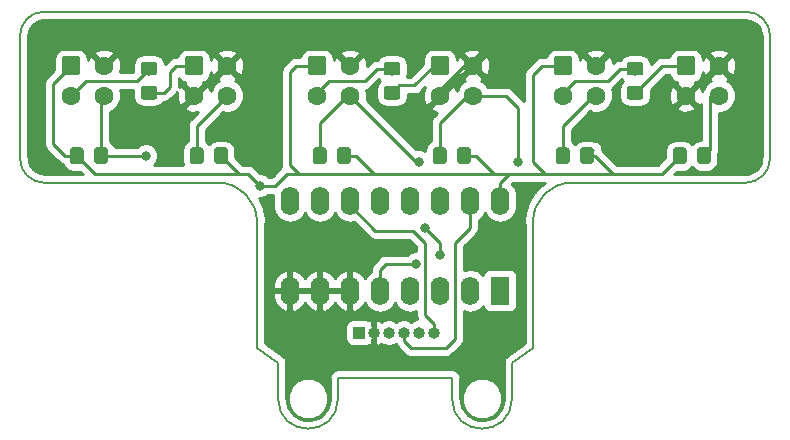
<source format=gbr>
%TF.GenerationSoftware,KiCad,Pcbnew,(5.0.1-3-g963ef8bb5)*%
%TF.CreationDate,2018-11-27T10:46:30+01:00*%
%TF.ProjectId,sensores,73656E736F7265732E6B696361645F70,rev?*%
%TF.SameCoordinates,Original*%
%TF.FileFunction,Copper,L2,Bot,Signal*%
%TF.FilePolarity,Positive*%
%FSLAX46Y46*%
G04 Gerber Fmt 4.6, Leading zero omitted, Abs format (unit mm)*
G04 Created by KiCad (PCBNEW (5.0.1-3-g963ef8bb5)) date 2018 November 27, Tuesday 10:46:30*
%MOMM*%
%LPD*%
G01*
G04 APERTURE LIST*
%ADD10C,0.150000*%
%ADD11C,0.200000*%
%ADD12R,1.000000X1.000000*%
%ADD13O,1.000000X1.000000*%
%ADD14C,0.100000*%
%ADD15C,1.150000*%
%ADD16C,1.600000*%
%ADD17R,1.600000X2.400000*%
%ADD18O,1.600000X2.400000*%
%ADD19C,0.800000*%
%ADD20C,0.250000*%
%ADD21C,0.254000*%
G04 APERTURE END LIST*
D10*
X134620000Y-95504000D02*
X134620000Y-97282000D01*
X124968000Y-95504000D02*
X124968000Y-97282000D01*
X124968000Y-95504000D02*
X134620000Y-95504000D01*
X139700000Y-97282000D02*
G75*
G02X134620000Y-97282000I-2540000J0D01*
G01*
X124968000Y-97282000D02*
G75*
G02X119888000Y-97282000I-2540000J0D01*
G01*
X141478000Y-82296000D02*
X141478000Y-92964000D01*
X118110000Y-82296000D02*
X118110000Y-92964000D01*
X100076000Y-78994000D02*
X114808000Y-78994000D01*
X98044000Y-66548000D02*
X98044000Y-76962000D01*
X159512000Y-64516000D02*
X100076000Y-64516000D01*
X161544000Y-76962000D02*
X161544000Y-66548000D01*
X144780000Y-78994000D02*
X159512000Y-78994000D01*
D11*
X141478000Y-82296000D02*
G75*
G02X144780000Y-78994000I3302000J0D01*
G01*
X114808000Y-78994000D02*
G75*
G02X118110000Y-82296000I0J-3302000D01*
G01*
X100076000Y-78994000D02*
G75*
G02X98044000Y-76962000I0J2032000D01*
G01*
X161544000Y-76962000D02*
G75*
G02X159512000Y-78994000I-2032000J0D01*
G01*
D10*
X159512000Y-64516000D02*
G75*
G02X161544000Y-66548000I0J-2032000D01*
G01*
X98044000Y-66548000D02*
G75*
G02X100076000Y-64516000I2032000J0D01*
G01*
X118110000Y-92964000D02*
X119888000Y-94234000D01*
X139700000Y-94234000D02*
X141478000Y-92964000D01*
X139700000Y-94234000D02*
X139700000Y-97282000D01*
X119888000Y-94234000D02*
X119888000Y-97282000D01*
D12*
X126746000Y-91694000D03*
D13*
X128016000Y-91694000D03*
X129286000Y-91694000D03*
X130556000Y-91694000D03*
X131826000Y-91694000D03*
X133096000Y-91694000D03*
D14*
G36*
X109440505Y-68759204D02*
X109464773Y-68762804D01*
X109488572Y-68768765D01*
X109511671Y-68777030D01*
X109533850Y-68787520D01*
X109554893Y-68800132D01*
X109574599Y-68814747D01*
X109592777Y-68831223D01*
X109609253Y-68849401D01*
X109623868Y-68869107D01*
X109636480Y-68890150D01*
X109646970Y-68912329D01*
X109655235Y-68935428D01*
X109661196Y-68959227D01*
X109664796Y-68983495D01*
X109666000Y-69007999D01*
X109666000Y-69658001D01*
X109664796Y-69682505D01*
X109661196Y-69706773D01*
X109655235Y-69730572D01*
X109646970Y-69753671D01*
X109636480Y-69775850D01*
X109623868Y-69796893D01*
X109609253Y-69816599D01*
X109592777Y-69834777D01*
X109574599Y-69851253D01*
X109554893Y-69865868D01*
X109533850Y-69878480D01*
X109511671Y-69888970D01*
X109488572Y-69897235D01*
X109464773Y-69903196D01*
X109440505Y-69906796D01*
X109416001Y-69908000D01*
X108515999Y-69908000D01*
X108491495Y-69906796D01*
X108467227Y-69903196D01*
X108443428Y-69897235D01*
X108420329Y-69888970D01*
X108398150Y-69878480D01*
X108377107Y-69865868D01*
X108357401Y-69851253D01*
X108339223Y-69834777D01*
X108322747Y-69816599D01*
X108308132Y-69796893D01*
X108295520Y-69775850D01*
X108285030Y-69753671D01*
X108276765Y-69730572D01*
X108270804Y-69706773D01*
X108267204Y-69682505D01*
X108266000Y-69658001D01*
X108266000Y-69007999D01*
X108267204Y-68983495D01*
X108270804Y-68959227D01*
X108276765Y-68935428D01*
X108285030Y-68912329D01*
X108295520Y-68890150D01*
X108308132Y-68869107D01*
X108322747Y-68849401D01*
X108339223Y-68831223D01*
X108357401Y-68814747D01*
X108377107Y-68800132D01*
X108398150Y-68787520D01*
X108420329Y-68777030D01*
X108443428Y-68768765D01*
X108467227Y-68762804D01*
X108491495Y-68759204D01*
X108515999Y-68758000D01*
X109416001Y-68758000D01*
X109440505Y-68759204D01*
X109440505Y-68759204D01*
G37*
D15*
X108966000Y-69333000D03*
D14*
G36*
X109440505Y-70809204D02*
X109464773Y-70812804D01*
X109488572Y-70818765D01*
X109511671Y-70827030D01*
X109533850Y-70837520D01*
X109554893Y-70850132D01*
X109574599Y-70864747D01*
X109592777Y-70881223D01*
X109609253Y-70899401D01*
X109623868Y-70919107D01*
X109636480Y-70940150D01*
X109646970Y-70962329D01*
X109655235Y-70985428D01*
X109661196Y-71009227D01*
X109664796Y-71033495D01*
X109666000Y-71057999D01*
X109666000Y-71708001D01*
X109664796Y-71732505D01*
X109661196Y-71756773D01*
X109655235Y-71780572D01*
X109646970Y-71803671D01*
X109636480Y-71825850D01*
X109623868Y-71846893D01*
X109609253Y-71866599D01*
X109592777Y-71884777D01*
X109574599Y-71901253D01*
X109554893Y-71915868D01*
X109533850Y-71928480D01*
X109511671Y-71938970D01*
X109488572Y-71947235D01*
X109464773Y-71953196D01*
X109440505Y-71956796D01*
X109416001Y-71958000D01*
X108515999Y-71958000D01*
X108491495Y-71956796D01*
X108467227Y-71953196D01*
X108443428Y-71947235D01*
X108420329Y-71938970D01*
X108398150Y-71928480D01*
X108377107Y-71915868D01*
X108357401Y-71901253D01*
X108339223Y-71884777D01*
X108322747Y-71866599D01*
X108308132Y-71846893D01*
X108295520Y-71825850D01*
X108285030Y-71803671D01*
X108276765Y-71780572D01*
X108270804Y-71756773D01*
X108267204Y-71732505D01*
X108266000Y-71708001D01*
X108266000Y-71057999D01*
X108267204Y-71033495D01*
X108270804Y-71009227D01*
X108276765Y-70985428D01*
X108285030Y-70962329D01*
X108295520Y-70940150D01*
X108308132Y-70919107D01*
X108322747Y-70899401D01*
X108339223Y-70881223D01*
X108357401Y-70864747D01*
X108377107Y-70850132D01*
X108398150Y-70837520D01*
X108420329Y-70827030D01*
X108443428Y-70818765D01*
X108467227Y-70812804D01*
X108491495Y-70809204D01*
X108515999Y-70808000D01*
X109416001Y-70808000D01*
X109440505Y-70809204D01*
X109440505Y-70809204D01*
G37*
D15*
X108966000Y-71383000D03*
D14*
G36*
X113361505Y-76009204D02*
X113385773Y-76012804D01*
X113409572Y-76018765D01*
X113432671Y-76027030D01*
X113454850Y-76037520D01*
X113475893Y-76050132D01*
X113495599Y-76064747D01*
X113513777Y-76081223D01*
X113530253Y-76099401D01*
X113544868Y-76119107D01*
X113557480Y-76140150D01*
X113567970Y-76162329D01*
X113576235Y-76185428D01*
X113582196Y-76209227D01*
X113585796Y-76233495D01*
X113587000Y-76257999D01*
X113587000Y-77158001D01*
X113585796Y-77182505D01*
X113582196Y-77206773D01*
X113576235Y-77230572D01*
X113567970Y-77253671D01*
X113557480Y-77275850D01*
X113544868Y-77296893D01*
X113530253Y-77316599D01*
X113513777Y-77334777D01*
X113495599Y-77351253D01*
X113475893Y-77365868D01*
X113454850Y-77378480D01*
X113432671Y-77388970D01*
X113409572Y-77397235D01*
X113385773Y-77403196D01*
X113361505Y-77406796D01*
X113337001Y-77408000D01*
X112686999Y-77408000D01*
X112662495Y-77406796D01*
X112638227Y-77403196D01*
X112614428Y-77397235D01*
X112591329Y-77388970D01*
X112569150Y-77378480D01*
X112548107Y-77365868D01*
X112528401Y-77351253D01*
X112510223Y-77334777D01*
X112493747Y-77316599D01*
X112479132Y-77296893D01*
X112466520Y-77275850D01*
X112456030Y-77253671D01*
X112447765Y-77230572D01*
X112441804Y-77206773D01*
X112438204Y-77182505D01*
X112437000Y-77158001D01*
X112437000Y-76257999D01*
X112438204Y-76233495D01*
X112441804Y-76209227D01*
X112447765Y-76185428D01*
X112456030Y-76162329D01*
X112466520Y-76140150D01*
X112479132Y-76119107D01*
X112493747Y-76099401D01*
X112510223Y-76081223D01*
X112528401Y-76064747D01*
X112548107Y-76050132D01*
X112569150Y-76037520D01*
X112591329Y-76027030D01*
X112614428Y-76018765D01*
X112638227Y-76012804D01*
X112662495Y-76009204D01*
X112686999Y-76008000D01*
X113337001Y-76008000D01*
X113361505Y-76009204D01*
X113361505Y-76009204D01*
G37*
D15*
X113012000Y-76708000D03*
D14*
G36*
X115411505Y-76009204D02*
X115435773Y-76012804D01*
X115459572Y-76018765D01*
X115482671Y-76027030D01*
X115504850Y-76037520D01*
X115525893Y-76050132D01*
X115545599Y-76064747D01*
X115563777Y-76081223D01*
X115580253Y-76099401D01*
X115594868Y-76119107D01*
X115607480Y-76140150D01*
X115617970Y-76162329D01*
X115626235Y-76185428D01*
X115632196Y-76209227D01*
X115635796Y-76233495D01*
X115637000Y-76257999D01*
X115637000Y-77158001D01*
X115635796Y-77182505D01*
X115632196Y-77206773D01*
X115626235Y-77230572D01*
X115617970Y-77253671D01*
X115607480Y-77275850D01*
X115594868Y-77296893D01*
X115580253Y-77316599D01*
X115563777Y-77334777D01*
X115545599Y-77351253D01*
X115525893Y-77365868D01*
X115504850Y-77378480D01*
X115482671Y-77388970D01*
X115459572Y-77397235D01*
X115435773Y-77403196D01*
X115411505Y-77406796D01*
X115387001Y-77408000D01*
X114736999Y-77408000D01*
X114712495Y-77406796D01*
X114688227Y-77403196D01*
X114664428Y-77397235D01*
X114641329Y-77388970D01*
X114619150Y-77378480D01*
X114598107Y-77365868D01*
X114578401Y-77351253D01*
X114560223Y-77334777D01*
X114543747Y-77316599D01*
X114529132Y-77296893D01*
X114516520Y-77275850D01*
X114506030Y-77253671D01*
X114497765Y-77230572D01*
X114491804Y-77206773D01*
X114488204Y-77182505D01*
X114487000Y-77158001D01*
X114487000Y-76257999D01*
X114488204Y-76233495D01*
X114491804Y-76209227D01*
X114497765Y-76185428D01*
X114506030Y-76162329D01*
X114516520Y-76140150D01*
X114529132Y-76119107D01*
X114543747Y-76099401D01*
X114560223Y-76081223D01*
X114578401Y-76064747D01*
X114598107Y-76050132D01*
X114619150Y-76037520D01*
X114641329Y-76027030D01*
X114664428Y-76018765D01*
X114688227Y-76012804D01*
X114712495Y-76009204D01*
X114736999Y-76008000D01*
X115387001Y-76008000D01*
X115411505Y-76009204D01*
X115411505Y-76009204D01*
G37*
D15*
X115062000Y-76708000D03*
D14*
G36*
X103201505Y-76009204D02*
X103225773Y-76012804D01*
X103249572Y-76018765D01*
X103272671Y-76027030D01*
X103294850Y-76037520D01*
X103315893Y-76050132D01*
X103335599Y-76064747D01*
X103353777Y-76081223D01*
X103370253Y-76099401D01*
X103384868Y-76119107D01*
X103397480Y-76140150D01*
X103407970Y-76162329D01*
X103416235Y-76185428D01*
X103422196Y-76209227D01*
X103425796Y-76233495D01*
X103427000Y-76257999D01*
X103427000Y-77158001D01*
X103425796Y-77182505D01*
X103422196Y-77206773D01*
X103416235Y-77230572D01*
X103407970Y-77253671D01*
X103397480Y-77275850D01*
X103384868Y-77296893D01*
X103370253Y-77316599D01*
X103353777Y-77334777D01*
X103335599Y-77351253D01*
X103315893Y-77365868D01*
X103294850Y-77378480D01*
X103272671Y-77388970D01*
X103249572Y-77397235D01*
X103225773Y-77403196D01*
X103201505Y-77406796D01*
X103177001Y-77408000D01*
X102526999Y-77408000D01*
X102502495Y-77406796D01*
X102478227Y-77403196D01*
X102454428Y-77397235D01*
X102431329Y-77388970D01*
X102409150Y-77378480D01*
X102388107Y-77365868D01*
X102368401Y-77351253D01*
X102350223Y-77334777D01*
X102333747Y-77316599D01*
X102319132Y-77296893D01*
X102306520Y-77275850D01*
X102296030Y-77253671D01*
X102287765Y-77230572D01*
X102281804Y-77206773D01*
X102278204Y-77182505D01*
X102277000Y-77158001D01*
X102277000Y-76257999D01*
X102278204Y-76233495D01*
X102281804Y-76209227D01*
X102287765Y-76185428D01*
X102296030Y-76162329D01*
X102306520Y-76140150D01*
X102319132Y-76119107D01*
X102333747Y-76099401D01*
X102350223Y-76081223D01*
X102368401Y-76064747D01*
X102388107Y-76050132D01*
X102409150Y-76037520D01*
X102431329Y-76027030D01*
X102454428Y-76018765D01*
X102478227Y-76012804D01*
X102502495Y-76009204D01*
X102526999Y-76008000D01*
X103177001Y-76008000D01*
X103201505Y-76009204D01*
X103201505Y-76009204D01*
G37*
D15*
X102852000Y-76708000D03*
D14*
G36*
X105251505Y-76009204D02*
X105275773Y-76012804D01*
X105299572Y-76018765D01*
X105322671Y-76027030D01*
X105344850Y-76037520D01*
X105365893Y-76050132D01*
X105385599Y-76064747D01*
X105403777Y-76081223D01*
X105420253Y-76099401D01*
X105434868Y-76119107D01*
X105447480Y-76140150D01*
X105457970Y-76162329D01*
X105466235Y-76185428D01*
X105472196Y-76209227D01*
X105475796Y-76233495D01*
X105477000Y-76257999D01*
X105477000Y-77158001D01*
X105475796Y-77182505D01*
X105472196Y-77206773D01*
X105466235Y-77230572D01*
X105457970Y-77253671D01*
X105447480Y-77275850D01*
X105434868Y-77296893D01*
X105420253Y-77316599D01*
X105403777Y-77334777D01*
X105385599Y-77351253D01*
X105365893Y-77365868D01*
X105344850Y-77378480D01*
X105322671Y-77388970D01*
X105299572Y-77397235D01*
X105275773Y-77403196D01*
X105251505Y-77406796D01*
X105227001Y-77408000D01*
X104576999Y-77408000D01*
X104552495Y-77406796D01*
X104528227Y-77403196D01*
X104504428Y-77397235D01*
X104481329Y-77388970D01*
X104459150Y-77378480D01*
X104438107Y-77365868D01*
X104418401Y-77351253D01*
X104400223Y-77334777D01*
X104383747Y-77316599D01*
X104369132Y-77296893D01*
X104356520Y-77275850D01*
X104346030Y-77253671D01*
X104337765Y-77230572D01*
X104331804Y-77206773D01*
X104328204Y-77182505D01*
X104327000Y-77158001D01*
X104327000Y-76257999D01*
X104328204Y-76233495D01*
X104331804Y-76209227D01*
X104337765Y-76185428D01*
X104346030Y-76162329D01*
X104356520Y-76140150D01*
X104369132Y-76119107D01*
X104383747Y-76099401D01*
X104400223Y-76081223D01*
X104418401Y-76064747D01*
X104438107Y-76050132D01*
X104459150Y-76037520D01*
X104481329Y-76027030D01*
X104504428Y-76018765D01*
X104528227Y-76012804D01*
X104552495Y-76009204D01*
X104576999Y-76008000D01*
X105227001Y-76008000D01*
X105251505Y-76009204D01*
X105251505Y-76009204D01*
G37*
D15*
X104902000Y-76708000D03*
D14*
G36*
X130014505Y-70818204D02*
X130038773Y-70821804D01*
X130062572Y-70827765D01*
X130085671Y-70836030D01*
X130107850Y-70846520D01*
X130128893Y-70859132D01*
X130148599Y-70873747D01*
X130166777Y-70890223D01*
X130183253Y-70908401D01*
X130197868Y-70928107D01*
X130210480Y-70949150D01*
X130220970Y-70971329D01*
X130229235Y-70994428D01*
X130235196Y-71018227D01*
X130238796Y-71042495D01*
X130240000Y-71066999D01*
X130240000Y-71717001D01*
X130238796Y-71741505D01*
X130235196Y-71765773D01*
X130229235Y-71789572D01*
X130220970Y-71812671D01*
X130210480Y-71834850D01*
X130197868Y-71855893D01*
X130183253Y-71875599D01*
X130166777Y-71893777D01*
X130148599Y-71910253D01*
X130128893Y-71924868D01*
X130107850Y-71937480D01*
X130085671Y-71947970D01*
X130062572Y-71956235D01*
X130038773Y-71962196D01*
X130014505Y-71965796D01*
X129990001Y-71967000D01*
X129089999Y-71967000D01*
X129065495Y-71965796D01*
X129041227Y-71962196D01*
X129017428Y-71956235D01*
X128994329Y-71947970D01*
X128972150Y-71937480D01*
X128951107Y-71924868D01*
X128931401Y-71910253D01*
X128913223Y-71893777D01*
X128896747Y-71875599D01*
X128882132Y-71855893D01*
X128869520Y-71834850D01*
X128859030Y-71812671D01*
X128850765Y-71789572D01*
X128844804Y-71765773D01*
X128841204Y-71741505D01*
X128840000Y-71717001D01*
X128840000Y-71066999D01*
X128841204Y-71042495D01*
X128844804Y-71018227D01*
X128850765Y-70994428D01*
X128859030Y-70971329D01*
X128869520Y-70949150D01*
X128882132Y-70928107D01*
X128896747Y-70908401D01*
X128913223Y-70890223D01*
X128931401Y-70873747D01*
X128951107Y-70859132D01*
X128972150Y-70846520D01*
X128994329Y-70836030D01*
X129017428Y-70827765D01*
X129041227Y-70821804D01*
X129065495Y-70818204D01*
X129089999Y-70817000D01*
X129990001Y-70817000D01*
X130014505Y-70818204D01*
X130014505Y-70818204D01*
G37*
D15*
X129540000Y-71392000D03*
D14*
G36*
X130014505Y-68768204D02*
X130038773Y-68771804D01*
X130062572Y-68777765D01*
X130085671Y-68786030D01*
X130107850Y-68796520D01*
X130128893Y-68809132D01*
X130148599Y-68823747D01*
X130166777Y-68840223D01*
X130183253Y-68858401D01*
X130197868Y-68878107D01*
X130210480Y-68899150D01*
X130220970Y-68921329D01*
X130229235Y-68944428D01*
X130235196Y-68968227D01*
X130238796Y-68992495D01*
X130240000Y-69016999D01*
X130240000Y-69667001D01*
X130238796Y-69691505D01*
X130235196Y-69715773D01*
X130229235Y-69739572D01*
X130220970Y-69762671D01*
X130210480Y-69784850D01*
X130197868Y-69805893D01*
X130183253Y-69825599D01*
X130166777Y-69843777D01*
X130148599Y-69860253D01*
X130128893Y-69874868D01*
X130107850Y-69887480D01*
X130085671Y-69897970D01*
X130062572Y-69906235D01*
X130038773Y-69912196D01*
X130014505Y-69915796D01*
X129990001Y-69917000D01*
X129089999Y-69917000D01*
X129065495Y-69915796D01*
X129041227Y-69912196D01*
X129017428Y-69906235D01*
X128994329Y-69897970D01*
X128972150Y-69887480D01*
X128951107Y-69874868D01*
X128931401Y-69860253D01*
X128913223Y-69843777D01*
X128896747Y-69825599D01*
X128882132Y-69805893D01*
X128869520Y-69784850D01*
X128859030Y-69762671D01*
X128850765Y-69739572D01*
X128844804Y-69715773D01*
X128841204Y-69691505D01*
X128840000Y-69667001D01*
X128840000Y-69016999D01*
X128841204Y-68992495D01*
X128844804Y-68968227D01*
X128850765Y-68944428D01*
X128859030Y-68921329D01*
X128869520Y-68899150D01*
X128882132Y-68878107D01*
X128896747Y-68858401D01*
X128913223Y-68840223D01*
X128931401Y-68823747D01*
X128951107Y-68809132D01*
X128972150Y-68796520D01*
X128994329Y-68786030D01*
X129017428Y-68777765D01*
X129041227Y-68771804D01*
X129065495Y-68768204D01*
X129089999Y-68767000D01*
X129990001Y-68767000D01*
X130014505Y-68768204D01*
X130014505Y-68768204D01*
G37*
D15*
X129540000Y-69342000D03*
D14*
G36*
X135985505Y-76009204D02*
X136009773Y-76012804D01*
X136033572Y-76018765D01*
X136056671Y-76027030D01*
X136078850Y-76037520D01*
X136099893Y-76050132D01*
X136119599Y-76064747D01*
X136137777Y-76081223D01*
X136154253Y-76099401D01*
X136168868Y-76119107D01*
X136181480Y-76140150D01*
X136191970Y-76162329D01*
X136200235Y-76185428D01*
X136206196Y-76209227D01*
X136209796Y-76233495D01*
X136211000Y-76257999D01*
X136211000Y-77158001D01*
X136209796Y-77182505D01*
X136206196Y-77206773D01*
X136200235Y-77230572D01*
X136191970Y-77253671D01*
X136181480Y-77275850D01*
X136168868Y-77296893D01*
X136154253Y-77316599D01*
X136137777Y-77334777D01*
X136119599Y-77351253D01*
X136099893Y-77365868D01*
X136078850Y-77378480D01*
X136056671Y-77388970D01*
X136033572Y-77397235D01*
X136009773Y-77403196D01*
X135985505Y-77406796D01*
X135961001Y-77408000D01*
X135310999Y-77408000D01*
X135286495Y-77406796D01*
X135262227Y-77403196D01*
X135238428Y-77397235D01*
X135215329Y-77388970D01*
X135193150Y-77378480D01*
X135172107Y-77365868D01*
X135152401Y-77351253D01*
X135134223Y-77334777D01*
X135117747Y-77316599D01*
X135103132Y-77296893D01*
X135090520Y-77275850D01*
X135080030Y-77253671D01*
X135071765Y-77230572D01*
X135065804Y-77206773D01*
X135062204Y-77182505D01*
X135061000Y-77158001D01*
X135061000Y-76257999D01*
X135062204Y-76233495D01*
X135065804Y-76209227D01*
X135071765Y-76185428D01*
X135080030Y-76162329D01*
X135090520Y-76140150D01*
X135103132Y-76119107D01*
X135117747Y-76099401D01*
X135134223Y-76081223D01*
X135152401Y-76064747D01*
X135172107Y-76050132D01*
X135193150Y-76037520D01*
X135215329Y-76027030D01*
X135238428Y-76018765D01*
X135262227Y-76012804D01*
X135286495Y-76009204D01*
X135310999Y-76008000D01*
X135961001Y-76008000D01*
X135985505Y-76009204D01*
X135985505Y-76009204D01*
G37*
D15*
X135636000Y-76708000D03*
D14*
G36*
X133935505Y-76009204D02*
X133959773Y-76012804D01*
X133983572Y-76018765D01*
X134006671Y-76027030D01*
X134028850Y-76037520D01*
X134049893Y-76050132D01*
X134069599Y-76064747D01*
X134087777Y-76081223D01*
X134104253Y-76099401D01*
X134118868Y-76119107D01*
X134131480Y-76140150D01*
X134141970Y-76162329D01*
X134150235Y-76185428D01*
X134156196Y-76209227D01*
X134159796Y-76233495D01*
X134161000Y-76257999D01*
X134161000Y-77158001D01*
X134159796Y-77182505D01*
X134156196Y-77206773D01*
X134150235Y-77230572D01*
X134141970Y-77253671D01*
X134131480Y-77275850D01*
X134118868Y-77296893D01*
X134104253Y-77316599D01*
X134087777Y-77334777D01*
X134069599Y-77351253D01*
X134049893Y-77365868D01*
X134028850Y-77378480D01*
X134006671Y-77388970D01*
X133983572Y-77397235D01*
X133959773Y-77403196D01*
X133935505Y-77406796D01*
X133911001Y-77408000D01*
X133260999Y-77408000D01*
X133236495Y-77406796D01*
X133212227Y-77403196D01*
X133188428Y-77397235D01*
X133165329Y-77388970D01*
X133143150Y-77378480D01*
X133122107Y-77365868D01*
X133102401Y-77351253D01*
X133084223Y-77334777D01*
X133067747Y-77316599D01*
X133053132Y-77296893D01*
X133040520Y-77275850D01*
X133030030Y-77253671D01*
X133021765Y-77230572D01*
X133015804Y-77206773D01*
X133012204Y-77182505D01*
X133011000Y-77158001D01*
X133011000Y-76257999D01*
X133012204Y-76233495D01*
X133015804Y-76209227D01*
X133021765Y-76185428D01*
X133030030Y-76162329D01*
X133040520Y-76140150D01*
X133053132Y-76119107D01*
X133067747Y-76099401D01*
X133084223Y-76081223D01*
X133102401Y-76064747D01*
X133122107Y-76050132D01*
X133143150Y-76037520D01*
X133165329Y-76027030D01*
X133188428Y-76018765D01*
X133212227Y-76012804D01*
X133236495Y-76009204D01*
X133260999Y-76008000D01*
X133911001Y-76008000D01*
X133935505Y-76009204D01*
X133935505Y-76009204D01*
G37*
D15*
X133586000Y-76708000D03*
D14*
G36*
X123775505Y-76009204D02*
X123799773Y-76012804D01*
X123823572Y-76018765D01*
X123846671Y-76027030D01*
X123868850Y-76037520D01*
X123889893Y-76050132D01*
X123909599Y-76064747D01*
X123927777Y-76081223D01*
X123944253Y-76099401D01*
X123958868Y-76119107D01*
X123971480Y-76140150D01*
X123981970Y-76162329D01*
X123990235Y-76185428D01*
X123996196Y-76209227D01*
X123999796Y-76233495D01*
X124001000Y-76257999D01*
X124001000Y-77158001D01*
X123999796Y-77182505D01*
X123996196Y-77206773D01*
X123990235Y-77230572D01*
X123981970Y-77253671D01*
X123971480Y-77275850D01*
X123958868Y-77296893D01*
X123944253Y-77316599D01*
X123927777Y-77334777D01*
X123909599Y-77351253D01*
X123889893Y-77365868D01*
X123868850Y-77378480D01*
X123846671Y-77388970D01*
X123823572Y-77397235D01*
X123799773Y-77403196D01*
X123775505Y-77406796D01*
X123751001Y-77408000D01*
X123100999Y-77408000D01*
X123076495Y-77406796D01*
X123052227Y-77403196D01*
X123028428Y-77397235D01*
X123005329Y-77388970D01*
X122983150Y-77378480D01*
X122962107Y-77365868D01*
X122942401Y-77351253D01*
X122924223Y-77334777D01*
X122907747Y-77316599D01*
X122893132Y-77296893D01*
X122880520Y-77275850D01*
X122870030Y-77253671D01*
X122861765Y-77230572D01*
X122855804Y-77206773D01*
X122852204Y-77182505D01*
X122851000Y-77158001D01*
X122851000Y-76257999D01*
X122852204Y-76233495D01*
X122855804Y-76209227D01*
X122861765Y-76185428D01*
X122870030Y-76162329D01*
X122880520Y-76140150D01*
X122893132Y-76119107D01*
X122907747Y-76099401D01*
X122924223Y-76081223D01*
X122942401Y-76064747D01*
X122962107Y-76050132D01*
X122983150Y-76037520D01*
X123005329Y-76027030D01*
X123028428Y-76018765D01*
X123052227Y-76012804D01*
X123076495Y-76009204D01*
X123100999Y-76008000D01*
X123751001Y-76008000D01*
X123775505Y-76009204D01*
X123775505Y-76009204D01*
G37*
D15*
X123426000Y-76708000D03*
D14*
G36*
X125825505Y-76009204D02*
X125849773Y-76012804D01*
X125873572Y-76018765D01*
X125896671Y-76027030D01*
X125918850Y-76037520D01*
X125939893Y-76050132D01*
X125959599Y-76064747D01*
X125977777Y-76081223D01*
X125994253Y-76099401D01*
X126008868Y-76119107D01*
X126021480Y-76140150D01*
X126031970Y-76162329D01*
X126040235Y-76185428D01*
X126046196Y-76209227D01*
X126049796Y-76233495D01*
X126051000Y-76257999D01*
X126051000Y-77158001D01*
X126049796Y-77182505D01*
X126046196Y-77206773D01*
X126040235Y-77230572D01*
X126031970Y-77253671D01*
X126021480Y-77275850D01*
X126008868Y-77296893D01*
X125994253Y-77316599D01*
X125977777Y-77334777D01*
X125959599Y-77351253D01*
X125939893Y-77365868D01*
X125918850Y-77378480D01*
X125896671Y-77388970D01*
X125873572Y-77397235D01*
X125849773Y-77403196D01*
X125825505Y-77406796D01*
X125801001Y-77408000D01*
X125150999Y-77408000D01*
X125126495Y-77406796D01*
X125102227Y-77403196D01*
X125078428Y-77397235D01*
X125055329Y-77388970D01*
X125033150Y-77378480D01*
X125012107Y-77365868D01*
X124992401Y-77351253D01*
X124974223Y-77334777D01*
X124957747Y-77316599D01*
X124943132Y-77296893D01*
X124930520Y-77275850D01*
X124920030Y-77253671D01*
X124911765Y-77230572D01*
X124905804Y-77206773D01*
X124902204Y-77182505D01*
X124901000Y-77158001D01*
X124901000Y-76257999D01*
X124902204Y-76233495D01*
X124905804Y-76209227D01*
X124911765Y-76185428D01*
X124920030Y-76162329D01*
X124930520Y-76140150D01*
X124943132Y-76119107D01*
X124957747Y-76099401D01*
X124974223Y-76081223D01*
X124992401Y-76064747D01*
X125012107Y-76050132D01*
X125033150Y-76037520D01*
X125055329Y-76027030D01*
X125078428Y-76018765D01*
X125102227Y-76012804D01*
X125126495Y-76009204D01*
X125150999Y-76008000D01*
X125801001Y-76008000D01*
X125825505Y-76009204D01*
X125825505Y-76009204D01*
G37*
D15*
X125476000Y-76708000D03*
D14*
G36*
X150588505Y-68768204D02*
X150612773Y-68771804D01*
X150636572Y-68777765D01*
X150659671Y-68786030D01*
X150681850Y-68796520D01*
X150702893Y-68809132D01*
X150722599Y-68823747D01*
X150740777Y-68840223D01*
X150757253Y-68858401D01*
X150771868Y-68878107D01*
X150784480Y-68899150D01*
X150794970Y-68921329D01*
X150803235Y-68944428D01*
X150809196Y-68968227D01*
X150812796Y-68992495D01*
X150814000Y-69016999D01*
X150814000Y-69667001D01*
X150812796Y-69691505D01*
X150809196Y-69715773D01*
X150803235Y-69739572D01*
X150794970Y-69762671D01*
X150784480Y-69784850D01*
X150771868Y-69805893D01*
X150757253Y-69825599D01*
X150740777Y-69843777D01*
X150722599Y-69860253D01*
X150702893Y-69874868D01*
X150681850Y-69887480D01*
X150659671Y-69897970D01*
X150636572Y-69906235D01*
X150612773Y-69912196D01*
X150588505Y-69915796D01*
X150564001Y-69917000D01*
X149663999Y-69917000D01*
X149639495Y-69915796D01*
X149615227Y-69912196D01*
X149591428Y-69906235D01*
X149568329Y-69897970D01*
X149546150Y-69887480D01*
X149525107Y-69874868D01*
X149505401Y-69860253D01*
X149487223Y-69843777D01*
X149470747Y-69825599D01*
X149456132Y-69805893D01*
X149443520Y-69784850D01*
X149433030Y-69762671D01*
X149424765Y-69739572D01*
X149418804Y-69715773D01*
X149415204Y-69691505D01*
X149414000Y-69667001D01*
X149414000Y-69016999D01*
X149415204Y-68992495D01*
X149418804Y-68968227D01*
X149424765Y-68944428D01*
X149433030Y-68921329D01*
X149443520Y-68899150D01*
X149456132Y-68878107D01*
X149470747Y-68858401D01*
X149487223Y-68840223D01*
X149505401Y-68823747D01*
X149525107Y-68809132D01*
X149546150Y-68796520D01*
X149568329Y-68786030D01*
X149591428Y-68777765D01*
X149615227Y-68771804D01*
X149639495Y-68768204D01*
X149663999Y-68767000D01*
X150564001Y-68767000D01*
X150588505Y-68768204D01*
X150588505Y-68768204D01*
G37*
D15*
X150114000Y-69342000D03*
D14*
G36*
X150588505Y-70818204D02*
X150612773Y-70821804D01*
X150636572Y-70827765D01*
X150659671Y-70836030D01*
X150681850Y-70846520D01*
X150702893Y-70859132D01*
X150722599Y-70873747D01*
X150740777Y-70890223D01*
X150757253Y-70908401D01*
X150771868Y-70928107D01*
X150784480Y-70949150D01*
X150794970Y-70971329D01*
X150803235Y-70994428D01*
X150809196Y-71018227D01*
X150812796Y-71042495D01*
X150814000Y-71066999D01*
X150814000Y-71717001D01*
X150812796Y-71741505D01*
X150809196Y-71765773D01*
X150803235Y-71789572D01*
X150794970Y-71812671D01*
X150784480Y-71834850D01*
X150771868Y-71855893D01*
X150757253Y-71875599D01*
X150740777Y-71893777D01*
X150722599Y-71910253D01*
X150702893Y-71924868D01*
X150681850Y-71937480D01*
X150659671Y-71947970D01*
X150636572Y-71956235D01*
X150612773Y-71962196D01*
X150588505Y-71965796D01*
X150564001Y-71967000D01*
X149663999Y-71967000D01*
X149639495Y-71965796D01*
X149615227Y-71962196D01*
X149591428Y-71956235D01*
X149568329Y-71947970D01*
X149546150Y-71937480D01*
X149525107Y-71924868D01*
X149505401Y-71910253D01*
X149487223Y-71893777D01*
X149470747Y-71875599D01*
X149456132Y-71855893D01*
X149443520Y-71834850D01*
X149433030Y-71812671D01*
X149424765Y-71789572D01*
X149418804Y-71765773D01*
X149415204Y-71741505D01*
X149414000Y-71717001D01*
X149414000Y-71066999D01*
X149415204Y-71042495D01*
X149418804Y-71018227D01*
X149424765Y-70994428D01*
X149433030Y-70971329D01*
X149443520Y-70949150D01*
X149456132Y-70928107D01*
X149470747Y-70908401D01*
X149487223Y-70890223D01*
X149505401Y-70873747D01*
X149525107Y-70859132D01*
X149546150Y-70846520D01*
X149568329Y-70836030D01*
X149591428Y-70827765D01*
X149615227Y-70821804D01*
X149639495Y-70818204D01*
X149663999Y-70817000D01*
X150564001Y-70817000D01*
X150588505Y-70818204D01*
X150588505Y-70818204D01*
G37*
D15*
X150114000Y-71392000D03*
D14*
G36*
X146399505Y-76009204D02*
X146423773Y-76012804D01*
X146447572Y-76018765D01*
X146470671Y-76027030D01*
X146492850Y-76037520D01*
X146513893Y-76050132D01*
X146533599Y-76064747D01*
X146551777Y-76081223D01*
X146568253Y-76099401D01*
X146582868Y-76119107D01*
X146595480Y-76140150D01*
X146605970Y-76162329D01*
X146614235Y-76185428D01*
X146620196Y-76209227D01*
X146623796Y-76233495D01*
X146625000Y-76257999D01*
X146625000Y-77158001D01*
X146623796Y-77182505D01*
X146620196Y-77206773D01*
X146614235Y-77230572D01*
X146605970Y-77253671D01*
X146595480Y-77275850D01*
X146582868Y-77296893D01*
X146568253Y-77316599D01*
X146551777Y-77334777D01*
X146533599Y-77351253D01*
X146513893Y-77365868D01*
X146492850Y-77378480D01*
X146470671Y-77388970D01*
X146447572Y-77397235D01*
X146423773Y-77403196D01*
X146399505Y-77406796D01*
X146375001Y-77408000D01*
X145724999Y-77408000D01*
X145700495Y-77406796D01*
X145676227Y-77403196D01*
X145652428Y-77397235D01*
X145629329Y-77388970D01*
X145607150Y-77378480D01*
X145586107Y-77365868D01*
X145566401Y-77351253D01*
X145548223Y-77334777D01*
X145531747Y-77316599D01*
X145517132Y-77296893D01*
X145504520Y-77275850D01*
X145494030Y-77253671D01*
X145485765Y-77230572D01*
X145479804Y-77206773D01*
X145476204Y-77182505D01*
X145475000Y-77158001D01*
X145475000Y-76257999D01*
X145476204Y-76233495D01*
X145479804Y-76209227D01*
X145485765Y-76185428D01*
X145494030Y-76162329D01*
X145504520Y-76140150D01*
X145517132Y-76119107D01*
X145531747Y-76099401D01*
X145548223Y-76081223D01*
X145566401Y-76064747D01*
X145586107Y-76050132D01*
X145607150Y-76037520D01*
X145629329Y-76027030D01*
X145652428Y-76018765D01*
X145676227Y-76012804D01*
X145700495Y-76009204D01*
X145724999Y-76008000D01*
X146375001Y-76008000D01*
X146399505Y-76009204D01*
X146399505Y-76009204D01*
G37*
D15*
X146050000Y-76708000D03*
D14*
G36*
X144349505Y-76009204D02*
X144373773Y-76012804D01*
X144397572Y-76018765D01*
X144420671Y-76027030D01*
X144442850Y-76037520D01*
X144463893Y-76050132D01*
X144483599Y-76064747D01*
X144501777Y-76081223D01*
X144518253Y-76099401D01*
X144532868Y-76119107D01*
X144545480Y-76140150D01*
X144555970Y-76162329D01*
X144564235Y-76185428D01*
X144570196Y-76209227D01*
X144573796Y-76233495D01*
X144575000Y-76257999D01*
X144575000Y-77158001D01*
X144573796Y-77182505D01*
X144570196Y-77206773D01*
X144564235Y-77230572D01*
X144555970Y-77253671D01*
X144545480Y-77275850D01*
X144532868Y-77296893D01*
X144518253Y-77316599D01*
X144501777Y-77334777D01*
X144483599Y-77351253D01*
X144463893Y-77365868D01*
X144442850Y-77378480D01*
X144420671Y-77388970D01*
X144397572Y-77397235D01*
X144373773Y-77403196D01*
X144349505Y-77406796D01*
X144325001Y-77408000D01*
X143674999Y-77408000D01*
X143650495Y-77406796D01*
X143626227Y-77403196D01*
X143602428Y-77397235D01*
X143579329Y-77388970D01*
X143557150Y-77378480D01*
X143536107Y-77365868D01*
X143516401Y-77351253D01*
X143498223Y-77334777D01*
X143481747Y-77316599D01*
X143467132Y-77296893D01*
X143454520Y-77275850D01*
X143444030Y-77253671D01*
X143435765Y-77230572D01*
X143429804Y-77206773D01*
X143426204Y-77182505D01*
X143425000Y-77158001D01*
X143425000Y-76257999D01*
X143426204Y-76233495D01*
X143429804Y-76209227D01*
X143435765Y-76185428D01*
X143444030Y-76162329D01*
X143454520Y-76140150D01*
X143467132Y-76119107D01*
X143481747Y-76099401D01*
X143498223Y-76081223D01*
X143516401Y-76064747D01*
X143536107Y-76050132D01*
X143557150Y-76037520D01*
X143579329Y-76027030D01*
X143602428Y-76018765D01*
X143626227Y-76012804D01*
X143650495Y-76009204D01*
X143674999Y-76008000D01*
X144325001Y-76008000D01*
X144349505Y-76009204D01*
X144349505Y-76009204D01*
G37*
D15*
X144000000Y-76708000D03*
D14*
G36*
X156305505Y-76009204D02*
X156329773Y-76012804D01*
X156353572Y-76018765D01*
X156376671Y-76027030D01*
X156398850Y-76037520D01*
X156419893Y-76050132D01*
X156439599Y-76064747D01*
X156457777Y-76081223D01*
X156474253Y-76099401D01*
X156488868Y-76119107D01*
X156501480Y-76140150D01*
X156511970Y-76162329D01*
X156520235Y-76185428D01*
X156526196Y-76209227D01*
X156529796Y-76233495D01*
X156531000Y-76257999D01*
X156531000Y-77158001D01*
X156529796Y-77182505D01*
X156526196Y-77206773D01*
X156520235Y-77230572D01*
X156511970Y-77253671D01*
X156501480Y-77275850D01*
X156488868Y-77296893D01*
X156474253Y-77316599D01*
X156457777Y-77334777D01*
X156439599Y-77351253D01*
X156419893Y-77365868D01*
X156398850Y-77378480D01*
X156376671Y-77388970D01*
X156353572Y-77397235D01*
X156329773Y-77403196D01*
X156305505Y-77406796D01*
X156281001Y-77408000D01*
X155630999Y-77408000D01*
X155606495Y-77406796D01*
X155582227Y-77403196D01*
X155558428Y-77397235D01*
X155535329Y-77388970D01*
X155513150Y-77378480D01*
X155492107Y-77365868D01*
X155472401Y-77351253D01*
X155454223Y-77334777D01*
X155437747Y-77316599D01*
X155423132Y-77296893D01*
X155410520Y-77275850D01*
X155400030Y-77253671D01*
X155391765Y-77230572D01*
X155385804Y-77206773D01*
X155382204Y-77182505D01*
X155381000Y-77158001D01*
X155381000Y-76257999D01*
X155382204Y-76233495D01*
X155385804Y-76209227D01*
X155391765Y-76185428D01*
X155400030Y-76162329D01*
X155410520Y-76140150D01*
X155423132Y-76119107D01*
X155437747Y-76099401D01*
X155454223Y-76081223D01*
X155472401Y-76064747D01*
X155492107Y-76050132D01*
X155513150Y-76037520D01*
X155535329Y-76027030D01*
X155558428Y-76018765D01*
X155582227Y-76012804D01*
X155606495Y-76009204D01*
X155630999Y-76008000D01*
X156281001Y-76008000D01*
X156305505Y-76009204D01*
X156305505Y-76009204D01*
G37*
D15*
X155956000Y-76708000D03*
D14*
G36*
X154255505Y-76009204D02*
X154279773Y-76012804D01*
X154303572Y-76018765D01*
X154326671Y-76027030D01*
X154348850Y-76037520D01*
X154369893Y-76050132D01*
X154389599Y-76064747D01*
X154407777Y-76081223D01*
X154424253Y-76099401D01*
X154438868Y-76119107D01*
X154451480Y-76140150D01*
X154461970Y-76162329D01*
X154470235Y-76185428D01*
X154476196Y-76209227D01*
X154479796Y-76233495D01*
X154481000Y-76257999D01*
X154481000Y-77158001D01*
X154479796Y-77182505D01*
X154476196Y-77206773D01*
X154470235Y-77230572D01*
X154461970Y-77253671D01*
X154451480Y-77275850D01*
X154438868Y-77296893D01*
X154424253Y-77316599D01*
X154407777Y-77334777D01*
X154389599Y-77351253D01*
X154369893Y-77365868D01*
X154348850Y-77378480D01*
X154326671Y-77388970D01*
X154303572Y-77397235D01*
X154279773Y-77403196D01*
X154255505Y-77406796D01*
X154231001Y-77408000D01*
X153580999Y-77408000D01*
X153556495Y-77406796D01*
X153532227Y-77403196D01*
X153508428Y-77397235D01*
X153485329Y-77388970D01*
X153463150Y-77378480D01*
X153442107Y-77365868D01*
X153422401Y-77351253D01*
X153404223Y-77334777D01*
X153387747Y-77316599D01*
X153373132Y-77296893D01*
X153360520Y-77275850D01*
X153350030Y-77253671D01*
X153341765Y-77230572D01*
X153335804Y-77206773D01*
X153332204Y-77182505D01*
X153331000Y-77158001D01*
X153331000Y-76257999D01*
X153332204Y-76233495D01*
X153335804Y-76209227D01*
X153341765Y-76185428D01*
X153350030Y-76162329D01*
X153360520Y-76140150D01*
X153373132Y-76119107D01*
X153387747Y-76099401D01*
X153404223Y-76081223D01*
X153422401Y-76064747D01*
X153442107Y-76050132D01*
X153463150Y-76037520D01*
X153485329Y-76027030D01*
X153508428Y-76018765D01*
X153532227Y-76012804D01*
X153556495Y-76009204D01*
X153580999Y-76008000D01*
X154231001Y-76008000D01*
X154255505Y-76009204D01*
X154255505Y-76009204D01*
G37*
D15*
X153906000Y-76708000D03*
D16*
X105162000Y-69088000D03*
X105162000Y-71628000D03*
X102362000Y-71628000D03*
D14*
G36*
X102936865Y-68289202D02*
X102961095Y-68292796D01*
X102984855Y-68298748D01*
X103007918Y-68307000D01*
X103030061Y-68317472D01*
X103051070Y-68330065D01*
X103070745Y-68344657D01*
X103088894Y-68361106D01*
X103105343Y-68379255D01*
X103119935Y-68398930D01*
X103132528Y-68419939D01*
X103143000Y-68442082D01*
X103151252Y-68465145D01*
X103157204Y-68488905D01*
X103160798Y-68513135D01*
X103162000Y-68537600D01*
X103162000Y-69638400D01*
X103160798Y-69662865D01*
X103157204Y-69687095D01*
X103151252Y-69710855D01*
X103143000Y-69733918D01*
X103132528Y-69756061D01*
X103119935Y-69777070D01*
X103105343Y-69796745D01*
X103088894Y-69814894D01*
X103070745Y-69831343D01*
X103051070Y-69845935D01*
X103030061Y-69858528D01*
X103007918Y-69869000D01*
X102984855Y-69877252D01*
X102961095Y-69883204D01*
X102936865Y-69886798D01*
X102912400Y-69888000D01*
X101811600Y-69888000D01*
X101787135Y-69886798D01*
X101762905Y-69883204D01*
X101739145Y-69877252D01*
X101716082Y-69869000D01*
X101693939Y-69858528D01*
X101672930Y-69845935D01*
X101653255Y-69831343D01*
X101635106Y-69814894D01*
X101618657Y-69796745D01*
X101604065Y-69777070D01*
X101591472Y-69756061D01*
X101581000Y-69733918D01*
X101572748Y-69710855D01*
X101566796Y-69687095D01*
X101563202Y-69662865D01*
X101562000Y-69638400D01*
X101562000Y-68537600D01*
X101563202Y-68513135D01*
X101566796Y-68488905D01*
X101572748Y-68465145D01*
X101581000Y-68442082D01*
X101591472Y-68419939D01*
X101604065Y-68398930D01*
X101618657Y-68379255D01*
X101635106Y-68361106D01*
X101653255Y-68344657D01*
X101672930Y-68330065D01*
X101693939Y-68317472D01*
X101716082Y-68307000D01*
X101739145Y-68298748D01*
X101762905Y-68292796D01*
X101787135Y-68289202D01*
X101811600Y-68288000D01*
X102912400Y-68288000D01*
X102936865Y-68289202D01*
X102936865Y-68289202D01*
G37*
D16*
X102362000Y-69088000D03*
D14*
G36*
X113350865Y-68289202D02*
X113375095Y-68292796D01*
X113398855Y-68298748D01*
X113421918Y-68307000D01*
X113444061Y-68317472D01*
X113465070Y-68330065D01*
X113484745Y-68344657D01*
X113502894Y-68361106D01*
X113519343Y-68379255D01*
X113533935Y-68398930D01*
X113546528Y-68419939D01*
X113557000Y-68442082D01*
X113565252Y-68465145D01*
X113571204Y-68488905D01*
X113574798Y-68513135D01*
X113576000Y-68537600D01*
X113576000Y-69638400D01*
X113574798Y-69662865D01*
X113571204Y-69687095D01*
X113565252Y-69710855D01*
X113557000Y-69733918D01*
X113546528Y-69756061D01*
X113533935Y-69777070D01*
X113519343Y-69796745D01*
X113502894Y-69814894D01*
X113484745Y-69831343D01*
X113465070Y-69845935D01*
X113444061Y-69858528D01*
X113421918Y-69869000D01*
X113398855Y-69877252D01*
X113375095Y-69883204D01*
X113350865Y-69886798D01*
X113326400Y-69888000D01*
X112225600Y-69888000D01*
X112201135Y-69886798D01*
X112176905Y-69883204D01*
X112153145Y-69877252D01*
X112130082Y-69869000D01*
X112107939Y-69858528D01*
X112086930Y-69845935D01*
X112067255Y-69831343D01*
X112049106Y-69814894D01*
X112032657Y-69796745D01*
X112018065Y-69777070D01*
X112005472Y-69756061D01*
X111995000Y-69733918D01*
X111986748Y-69710855D01*
X111980796Y-69687095D01*
X111977202Y-69662865D01*
X111976000Y-69638400D01*
X111976000Y-68537600D01*
X111977202Y-68513135D01*
X111980796Y-68488905D01*
X111986748Y-68465145D01*
X111995000Y-68442082D01*
X112005472Y-68419939D01*
X112018065Y-68398930D01*
X112032657Y-68379255D01*
X112049106Y-68361106D01*
X112067255Y-68344657D01*
X112086930Y-68330065D01*
X112107939Y-68317472D01*
X112130082Y-68307000D01*
X112153145Y-68298748D01*
X112176905Y-68292796D01*
X112201135Y-68289202D01*
X112225600Y-68288000D01*
X113326400Y-68288000D01*
X113350865Y-68289202D01*
X113350865Y-68289202D01*
G37*
D16*
X112776000Y-69088000D03*
X112776000Y-71628000D03*
X115576000Y-71628000D03*
X115576000Y-69088000D03*
X125990000Y-69088000D03*
X125990000Y-71628000D03*
X123190000Y-71628000D03*
D14*
G36*
X123764865Y-68289202D02*
X123789095Y-68292796D01*
X123812855Y-68298748D01*
X123835918Y-68307000D01*
X123858061Y-68317472D01*
X123879070Y-68330065D01*
X123898745Y-68344657D01*
X123916894Y-68361106D01*
X123933343Y-68379255D01*
X123947935Y-68398930D01*
X123960528Y-68419939D01*
X123971000Y-68442082D01*
X123979252Y-68465145D01*
X123985204Y-68488905D01*
X123988798Y-68513135D01*
X123990000Y-68537600D01*
X123990000Y-69638400D01*
X123988798Y-69662865D01*
X123985204Y-69687095D01*
X123979252Y-69710855D01*
X123971000Y-69733918D01*
X123960528Y-69756061D01*
X123947935Y-69777070D01*
X123933343Y-69796745D01*
X123916894Y-69814894D01*
X123898745Y-69831343D01*
X123879070Y-69845935D01*
X123858061Y-69858528D01*
X123835918Y-69869000D01*
X123812855Y-69877252D01*
X123789095Y-69883204D01*
X123764865Y-69886798D01*
X123740400Y-69888000D01*
X122639600Y-69888000D01*
X122615135Y-69886798D01*
X122590905Y-69883204D01*
X122567145Y-69877252D01*
X122544082Y-69869000D01*
X122521939Y-69858528D01*
X122500930Y-69845935D01*
X122481255Y-69831343D01*
X122463106Y-69814894D01*
X122446657Y-69796745D01*
X122432065Y-69777070D01*
X122419472Y-69756061D01*
X122409000Y-69733918D01*
X122400748Y-69710855D01*
X122394796Y-69687095D01*
X122391202Y-69662865D01*
X122390000Y-69638400D01*
X122390000Y-68537600D01*
X122391202Y-68513135D01*
X122394796Y-68488905D01*
X122400748Y-68465145D01*
X122409000Y-68442082D01*
X122419472Y-68419939D01*
X122432065Y-68398930D01*
X122446657Y-68379255D01*
X122463106Y-68361106D01*
X122481255Y-68344657D01*
X122500930Y-68330065D01*
X122521939Y-68317472D01*
X122544082Y-68307000D01*
X122567145Y-68298748D01*
X122590905Y-68292796D01*
X122615135Y-68289202D01*
X122639600Y-68288000D01*
X123740400Y-68288000D01*
X123764865Y-68289202D01*
X123764865Y-68289202D01*
G37*
D16*
X123190000Y-69088000D03*
D14*
G36*
X134178865Y-68289202D02*
X134203095Y-68292796D01*
X134226855Y-68298748D01*
X134249918Y-68307000D01*
X134272061Y-68317472D01*
X134293070Y-68330065D01*
X134312745Y-68344657D01*
X134330894Y-68361106D01*
X134347343Y-68379255D01*
X134361935Y-68398930D01*
X134374528Y-68419939D01*
X134385000Y-68442082D01*
X134393252Y-68465145D01*
X134399204Y-68488905D01*
X134402798Y-68513135D01*
X134404000Y-68537600D01*
X134404000Y-69638400D01*
X134402798Y-69662865D01*
X134399204Y-69687095D01*
X134393252Y-69710855D01*
X134385000Y-69733918D01*
X134374528Y-69756061D01*
X134361935Y-69777070D01*
X134347343Y-69796745D01*
X134330894Y-69814894D01*
X134312745Y-69831343D01*
X134293070Y-69845935D01*
X134272061Y-69858528D01*
X134249918Y-69869000D01*
X134226855Y-69877252D01*
X134203095Y-69883204D01*
X134178865Y-69886798D01*
X134154400Y-69888000D01*
X133053600Y-69888000D01*
X133029135Y-69886798D01*
X133004905Y-69883204D01*
X132981145Y-69877252D01*
X132958082Y-69869000D01*
X132935939Y-69858528D01*
X132914930Y-69845935D01*
X132895255Y-69831343D01*
X132877106Y-69814894D01*
X132860657Y-69796745D01*
X132846065Y-69777070D01*
X132833472Y-69756061D01*
X132823000Y-69733918D01*
X132814748Y-69710855D01*
X132808796Y-69687095D01*
X132805202Y-69662865D01*
X132804000Y-69638400D01*
X132804000Y-68537600D01*
X132805202Y-68513135D01*
X132808796Y-68488905D01*
X132814748Y-68465145D01*
X132823000Y-68442082D01*
X132833472Y-68419939D01*
X132846065Y-68398930D01*
X132860657Y-68379255D01*
X132877106Y-68361106D01*
X132895255Y-68344657D01*
X132914930Y-68330065D01*
X132935939Y-68317472D01*
X132958082Y-68307000D01*
X132981145Y-68298748D01*
X133004905Y-68292796D01*
X133029135Y-68289202D01*
X133053600Y-68288000D01*
X134154400Y-68288000D01*
X134178865Y-68289202D01*
X134178865Y-68289202D01*
G37*
D16*
X133604000Y-69088000D03*
X133604000Y-71628000D03*
X136404000Y-71628000D03*
X136404000Y-69088000D03*
X146818000Y-69088000D03*
X146818000Y-71628000D03*
X144018000Y-71628000D03*
D14*
G36*
X144592865Y-68289202D02*
X144617095Y-68292796D01*
X144640855Y-68298748D01*
X144663918Y-68307000D01*
X144686061Y-68317472D01*
X144707070Y-68330065D01*
X144726745Y-68344657D01*
X144744894Y-68361106D01*
X144761343Y-68379255D01*
X144775935Y-68398930D01*
X144788528Y-68419939D01*
X144799000Y-68442082D01*
X144807252Y-68465145D01*
X144813204Y-68488905D01*
X144816798Y-68513135D01*
X144818000Y-68537600D01*
X144818000Y-69638400D01*
X144816798Y-69662865D01*
X144813204Y-69687095D01*
X144807252Y-69710855D01*
X144799000Y-69733918D01*
X144788528Y-69756061D01*
X144775935Y-69777070D01*
X144761343Y-69796745D01*
X144744894Y-69814894D01*
X144726745Y-69831343D01*
X144707070Y-69845935D01*
X144686061Y-69858528D01*
X144663918Y-69869000D01*
X144640855Y-69877252D01*
X144617095Y-69883204D01*
X144592865Y-69886798D01*
X144568400Y-69888000D01*
X143467600Y-69888000D01*
X143443135Y-69886798D01*
X143418905Y-69883204D01*
X143395145Y-69877252D01*
X143372082Y-69869000D01*
X143349939Y-69858528D01*
X143328930Y-69845935D01*
X143309255Y-69831343D01*
X143291106Y-69814894D01*
X143274657Y-69796745D01*
X143260065Y-69777070D01*
X143247472Y-69756061D01*
X143237000Y-69733918D01*
X143228748Y-69710855D01*
X143222796Y-69687095D01*
X143219202Y-69662865D01*
X143218000Y-69638400D01*
X143218000Y-68537600D01*
X143219202Y-68513135D01*
X143222796Y-68488905D01*
X143228748Y-68465145D01*
X143237000Y-68442082D01*
X143247472Y-68419939D01*
X143260065Y-68398930D01*
X143274657Y-68379255D01*
X143291106Y-68361106D01*
X143309255Y-68344657D01*
X143328930Y-68330065D01*
X143349939Y-68317472D01*
X143372082Y-68307000D01*
X143395145Y-68298748D01*
X143418905Y-68292796D01*
X143443135Y-68289202D01*
X143467600Y-68288000D01*
X144568400Y-68288000D01*
X144592865Y-68289202D01*
X144592865Y-68289202D01*
G37*
D16*
X144018000Y-69088000D03*
D14*
G36*
X155006865Y-68289202D02*
X155031095Y-68292796D01*
X155054855Y-68298748D01*
X155077918Y-68307000D01*
X155100061Y-68317472D01*
X155121070Y-68330065D01*
X155140745Y-68344657D01*
X155158894Y-68361106D01*
X155175343Y-68379255D01*
X155189935Y-68398930D01*
X155202528Y-68419939D01*
X155213000Y-68442082D01*
X155221252Y-68465145D01*
X155227204Y-68488905D01*
X155230798Y-68513135D01*
X155232000Y-68537600D01*
X155232000Y-69638400D01*
X155230798Y-69662865D01*
X155227204Y-69687095D01*
X155221252Y-69710855D01*
X155213000Y-69733918D01*
X155202528Y-69756061D01*
X155189935Y-69777070D01*
X155175343Y-69796745D01*
X155158894Y-69814894D01*
X155140745Y-69831343D01*
X155121070Y-69845935D01*
X155100061Y-69858528D01*
X155077918Y-69869000D01*
X155054855Y-69877252D01*
X155031095Y-69883204D01*
X155006865Y-69886798D01*
X154982400Y-69888000D01*
X153881600Y-69888000D01*
X153857135Y-69886798D01*
X153832905Y-69883204D01*
X153809145Y-69877252D01*
X153786082Y-69869000D01*
X153763939Y-69858528D01*
X153742930Y-69845935D01*
X153723255Y-69831343D01*
X153705106Y-69814894D01*
X153688657Y-69796745D01*
X153674065Y-69777070D01*
X153661472Y-69756061D01*
X153651000Y-69733918D01*
X153642748Y-69710855D01*
X153636796Y-69687095D01*
X153633202Y-69662865D01*
X153632000Y-69638400D01*
X153632000Y-68537600D01*
X153633202Y-68513135D01*
X153636796Y-68488905D01*
X153642748Y-68465145D01*
X153651000Y-68442082D01*
X153661472Y-68419939D01*
X153674065Y-68398930D01*
X153688657Y-68379255D01*
X153705106Y-68361106D01*
X153723255Y-68344657D01*
X153742930Y-68330065D01*
X153763939Y-68317472D01*
X153786082Y-68307000D01*
X153809145Y-68298748D01*
X153832905Y-68292796D01*
X153857135Y-68289202D01*
X153881600Y-68288000D01*
X154982400Y-68288000D01*
X155006865Y-68289202D01*
X155006865Y-68289202D01*
G37*
D16*
X154432000Y-69088000D03*
X154432000Y-71628000D03*
X157232000Y-71628000D03*
X157232000Y-69088000D03*
D17*
X138684000Y-88138000D03*
D18*
X120904000Y-80518000D03*
X136144000Y-88138000D03*
X123444000Y-80518000D03*
X133604000Y-88138000D03*
X125984000Y-80518000D03*
X131064000Y-88138000D03*
X128524000Y-80518000D03*
X128524000Y-88138000D03*
X131064000Y-80518000D03*
X125984000Y-88138000D03*
X133604000Y-80518000D03*
X123444000Y-88138000D03*
X136144000Y-80518000D03*
X120904000Y-88138000D03*
X138684000Y-80518000D03*
D19*
X118364000Y-79248000D03*
X119380000Y-78232000D03*
X108712000Y-76708000D03*
X140208000Y-77216000D03*
X131820000Y-77210000D03*
X132334000Y-82804000D03*
X133604000Y-85090000D03*
X131576653Y-85856653D03*
D20*
X152382000Y-78232000D02*
X153906000Y-76708000D01*
X116586000Y-78232000D02*
X115062000Y-76708000D01*
X104376000Y-78232000D02*
X102852000Y-76708000D01*
X116586000Y-78232000D02*
X104376000Y-78232000D01*
X125736000Y-76448000D02*
X125476000Y-76708000D01*
X146564000Y-76194000D02*
X146050000Y-76708000D01*
X127000000Y-78232000D02*
X124950000Y-78232000D01*
X135636000Y-76708000D02*
X136652000Y-76708000D01*
X138176000Y-78232000D02*
X137160000Y-78232000D01*
X126492000Y-76708000D02*
X128016000Y-78232000D01*
X125476000Y-76708000D02*
X126492000Y-76708000D01*
X128016000Y-78232000D02*
X127000000Y-78232000D01*
X137160000Y-78232000D02*
X128016000Y-78232000D01*
X148249000Y-78232000D02*
X148336000Y-78232000D01*
X146725000Y-76708000D02*
X148249000Y-78232000D01*
X148336000Y-78232000D02*
X152382000Y-78232000D01*
X146050000Y-76708000D02*
X146725000Y-76708000D01*
X145524000Y-78232000D02*
X148336000Y-78232000D01*
X100838000Y-70612000D02*
X100838000Y-75692000D01*
X102362000Y-69088000D02*
X100838000Y-70612000D01*
X101854000Y-76708000D02*
X102852000Y-76708000D01*
X100838000Y-75692000D02*
X101854000Y-76708000D01*
X124950000Y-78232000D02*
X121666000Y-78232000D01*
X141478000Y-77216000D02*
X142494000Y-78232000D01*
X142240000Y-69088000D02*
X141478000Y-69850000D01*
X143764000Y-69088000D02*
X142240000Y-69088000D01*
X141478000Y-69850000D02*
X141478000Y-77216000D01*
X145524000Y-78232000D02*
X142494000Y-78232000D01*
X137922000Y-77978000D02*
X138176000Y-78232000D01*
X136652000Y-76708000D02*
X137922000Y-77978000D01*
X142494000Y-78232000D02*
X140208000Y-78232000D01*
X140208000Y-78232000D02*
X139446000Y-78232000D01*
X140208000Y-78232000D02*
X138176000Y-78232000D01*
X138684000Y-78994000D02*
X138684000Y-80518000D01*
X139446000Y-78232000D02*
X138684000Y-78994000D01*
X118364000Y-79248000D02*
X117348000Y-78232000D01*
X117348000Y-78232000D02*
X116840000Y-78232000D01*
X116840000Y-78232000D02*
X116586000Y-78232000D01*
X121412000Y-69088000D02*
X123190000Y-69088000D01*
X120904000Y-69596000D02*
X121412000Y-69088000D01*
X120904000Y-77470000D02*
X120904000Y-69596000D01*
X121666000Y-78232000D02*
X120904000Y-77470000D01*
X119634000Y-79248000D02*
X118364000Y-79248000D01*
X120650000Y-78232000D02*
X119634000Y-79248000D01*
X121666000Y-78232000D02*
X120650000Y-78232000D01*
X105961999Y-68288001D02*
X105961999Y-68282001D01*
X105162000Y-69088000D02*
X105961999Y-68288001D01*
X105961999Y-68282001D02*
X106934000Y-67310000D01*
X113798000Y-67310000D02*
X115576000Y-69088000D01*
X106934000Y-67310000D02*
X113798000Y-67310000D01*
X115316000Y-69088000D02*
X115576000Y-69088000D01*
X112776000Y-71628000D02*
X115316000Y-69088000D01*
X116375999Y-68288001D02*
X116375999Y-68282001D01*
X115576000Y-69088000D02*
X116375999Y-68288001D01*
X116375999Y-68282001D02*
X117348000Y-67310000D01*
X123958000Y-67310000D02*
X125736000Y-69088000D01*
X117348000Y-67310000D02*
X123958000Y-67310000D01*
X155454000Y-67310000D02*
X157232000Y-69088000D01*
X147363999Y-68282001D02*
X148336000Y-67310000D01*
X148336000Y-67310000D02*
X155454000Y-67310000D01*
X146564000Y-69088000D02*
X147363999Y-68288001D01*
X144786000Y-67310000D02*
X146564000Y-69088000D01*
X133096000Y-71628000D02*
X135636000Y-69088000D01*
X136695999Y-68288001D02*
X136695999Y-68282001D01*
X137668000Y-67310000D02*
X144786000Y-67310000D01*
X136695999Y-68282001D02*
X137668000Y-67310000D01*
X147363999Y-68288001D02*
X147363999Y-68282001D01*
X135896000Y-69088000D02*
X136695999Y-68288001D01*
X135636000Y-69088000D02*
X135896000Y-69088000D01*
X156972000Y-69088000D02*
X157232000Y-69088000D01*
X154432000Y-71628000D02*
X156972000Y-69088000D01*
X115576000Y-69088000D02*
X119126000Y-72638000D01*
X119126000Y-72638000D02*
X119126000Y-77216000D01*
X119126000Y-77216000D02*
X119380000Y-77470000D01*
X119380000Y-77470000D02*
X119380000Y-77978000D01*
X119380000Y-77978000D02*
X119380000Y-78232000D01*
X136144000Y-82804000D02*
X136144000Y-80518000D01*
X134874000Y-92202000D02*
X134874000Y-84074000D01*
X134874000Y-84074000D02*
X136144000Y-82804000D01*
X134112000Y-92964000D02*
X134874000Y-92202000D01*
X130556000Y-92401106D02*
X131118894Y-92964000D01*
X131118894Y-92964000D02*
X134112000Y-92964000D01*
X130556000Y-91694000D02*
X130556000Y-92401106D01*
X125984000Y-80918000D02*
X125984000Y-80518000D01*
X128124000Y-83058000D02*
X125984000Y-80918000D01*
X133096000Y-91694000D02*
X133096000Y-90932000D01*
X131318000Y-83058000D02*
X128124000Y-83058000D01*
X133096000Y-90932000D02*
X132334000Y-90170000D01*
X132334000Y-84074000D02*
X131318000Y-83058000D01*
X132334000Y-90170000D02*
X132334000Y-84074000D01*
X108966000Y-69333000D02*
X107941000Y-70358000D01*
X103632000Y-70358000D02*
X107941000Y-70358000D01*
X102362000Y-71628000D02*
X103632000Y-70358000D01*
X111261000Y-69088000D02*
X110744000Y-69605000D01*
X112776000Y-69088000D02*
X111261000Y-69088000D01*
X110744000Y-69605000D02*
X110744000Y-70866000D01*
X110227000Y-71383000D02*
X108966000Y-71383000D01*
X110744000Y-70866000D02*
X110227000Y-71383000D01*
X113012000Y-74192000D02*
X115576000Y-71628000D01*
X113012000Y-76708000D02*
X113012000Y-74192000D01*
X104902000Y-71888000D02*
X105162000Y-71628000D01*
X104902000Y-76708000D02*
X104902000Y-71888000D01*
X104902000Y-76708000D02*
X105577000Y-76708000D01*
X105577000Y-76708000D02*
X108712000Y-76708000D01*
X131415372Y-70768628D02*
X133096000Y-69088000D01*
X130163372Y-70768628D02*
X131415372Y-70768628D01*
X129540000Y-71392000D02*
X130163372Y-70768628D01*
X128270000Y-69342000D02*
X129540000Y-69342000D01*
X127254000Y-70358000D02*
X128270000Y-69342000D01*
X124206000Y-70358000D02*
X127254000Y-70358000D01*
X122936000Y-71628000D02*
X124206000Y-70358000D01*
X133586000Y-73938000D02*
X135896000Y-71628000D01*
X133586000Y-76708000D02*
X133586000Y-73938000D01*
X139192000Y-71628000D02*
X140208000Y-72644000D01*
X140208000Y-72644000D02*
X140208000Y-77216000D01*
X136404000Y-71628000D02*
X139192000Y-71628000D01*
X124936001Y-72427999D02*
X124930001Y-72427999D01*
X125736000Y-71628000D02*
X124936001Y-72427999D01*
X123426000Y-73932000D02*
X123426000Y-76708000D01*
X124930001Y-72427999D02*
X123426000Y-73932000D01*
X125990000Y-71628000D02*
X131572000Y-77210000D01*
X131572000Y-77210000D02*
X131820000Y-77210000D01*
X132334000Y-82804000D02*
X133604000Y-84074000D01*
X133604000Y-84074000D02*
X133604000Y-85090000D01*
X150114000Y-69342000D02*
X148844000Y-69342000D01*
X148844000Y-69342000D02*
X147828000Y-70358000D01*
X145034000Y-70358000D02*
X143764000Y-71628000D01*
X147828000Y-70358000D02*
X145034000Y-70358000D01*
X152418000Y-69088000D02*
X151892000Y-69614000D01*
X153670000Y-69088000D02*
X152418000Y-69088000D01*
X151892000Y-69614000D02*
X150114000Y-71392000D01*
X144000000Y-74192000D02*
X144000000Y-76708000D01*
X146564000Y-71628000D02*
X144000000Y-74192000D01*
X131576653Y-85856653D02*
X129027347Y-85856653D01*
X128524000Y-86360000D02*
X128524000Y-88138000D01*
X129027347Y-85856653D02*
X128524000Y-86360000D01*
X156470000Y-76194000D02*
X155956000Y-76708000D01*
X156470000Y-71628000D02*
X156470000Y-76194000D01*
D21*
G36*
X142476930Y-79003493D02*
X142226776Y-79173497D01*
X142197432Y-79198471D01*
X142165498Y-79220011D01*
X142105876Y-79276391D01*
X141615826Y-79794605D01*
X141592533Y-79825292D01*
X141565964Y-79853193D01*
X141519840Y-79921061D01*
X141152501Y-80532416D01*
X141136342Y-80567388D01*
X141116383Y-80600344D01*
X141085909Y-80676534D01*
X140858418Y-81352509D01*
X140850144Y-81390143D01*
X140837730Y-81426608D01*
X140824327Y-81507564D01*
X140747299Y-82216621D01*
X140747299Y-82375379D01*
X140768000Y-82469531D01*
X140768001Y-92598621D01*
X139296314Y-93649826D01*
X139188119Y-93722120D01*
X139142303Y-93790688D01*
X139085839Y-93850791D01*
X139064585Y-93907001D01*
X139031195Y-93956973D01*
X139015106Y-94037859D01*
X138985941Y-94114991D01*
X138990000Y-94245048D01*
X138990001Y-97237326D01*
X138927042Y-97735699D01*
X138758697Y-98160889D01*
X138489899Y-98530859D01*
X138137541Y-98822355D01*
X137723756Y-99017067D01*
X137274553Y-99102757D01*
X136818149Y-99074043D01*
X136383228Y-98932728D01*
X135997110Y-98687691D01*
X135684065Y-98354332D01*
X135463756Y-97953590D01*
X135344414Y-97488783D01*
X135330000Y-97259686D01*
X135330000Y-96936887D01*
X135425000Y-96936887D01*
X135425000Y-97627113D01*
X135689138Y-98264799D01*
X136177201Y-98752862D01*
X136814887Y-99017000D01*
X137505113Y-99017000D01*
X138142799Y-98752862D01*
X138630862Y-98264799D01*
X138895000Y-97627113D01*
X138895000Y-96936887D01*
X138630862Y-96299201D01*
X138142799Y-95811138D01*
X137505113Y-95547000D01*
X136814887Y-95547000D01*
X136177201Y-95811138D01*
X135689138Y-96299201D01*
X135425000Y-96936887D01*
X135330000Y-96936887D01*
X135330000Y-95573926D01*
X135343909Y-95504000D01*
X135288805Y-95226972D01*
X135131881Y-94992119D01*
X134897028Y-94835195D01*
X134689926Y-94794000D01*
X134689925Y-94794000D01*
X134620000Y-94780091D01*
X134550074Y-94794000D01*
X125037925Y-94794000D01*
X124968000Y-94780091D01*
X124898074Y-94794000D01*
X124690972Y-94835195D01*
X124456119Y-94992119D01*
X124299195Y-95226972D01*
X124244091Y-95504000D01*
X124258000Y-95573926D01*
X124258001Y-97237326D01*
X124195042Y-97735699D01*
X124026697Y-98160889D01*
X123757899Y-98530859D01*
X123405541Y-98822355D01*
X122991756Y-99017067D01*
X122542553Y-99102757D01*
X122086149Y-99074043D01*
X121651228Y-98932728D01*
X121265110Y-98687691D01*
X120952065Y-98354332D01*
X120731756Y-97953590D01*
X120612414Y-97488783D01*
X120598000Y-97259686D01*
X120598000Y-96936887D01*
X120693000Y-96936887D01*
X120693000Y-97627113D01*
X120957138Y-98264799D01*
X121445201Y-98752862D01*
X122082887Y-99017000D01*
X122773113Y-99017000D01*
X123410799Y-98752862D01*
X123898862Y-98264799D01*
X124163000Y-97627113D01*
X124163000Y-96936887D01*
X123898862Y-96299201D01*
X123410799Y-95811138D01*
X122773113Y-95547000D01*
X122082887Y-95547000D01*
X121445201Y-95811138D01*
X120957138Y-96299201D01*
X120693000Y-96936887D01*
X120598000Y-96936887D01*
X120598000Y-94245047D01*
X120602059Y-94114990D01*
X120572894Y-94037856D01*
X120556805Y-93956972D01*
X120523417Y-93907004D01*
X120502162Y-93850790D01*
X120445694Y-93790684D01*
X120399880Y-93722119D01*
X120291688Y-93649827D01*
X118820000Y-92598622D01*
X118820000Y-91194000D01*
X125598560Y-91194000D01*
X125598560Y-92194000D01*
X125647843Y-92441765D01*
X125788191Y-92651809D01*
X125998235Y-92792157D01*
X126246000Y-92841440D01*
X127246000Y-92841440D01*
X127493765Y-92792157D01*
X127581817Y-92733322D01*
X127714126Y-92788119D01*
X127889000Y-92661954D01*
X127889000Y-92216322D01*
X127893440Y-92194000D01*
X127893440Y-91194000D01*
X127889000Y-91171678D01*
X127889000Y-90726046D01*
X127714126Y-90599881D01*
X127581817Y-90654678D01*
X127493765Y-90595843D01*
X127246000Y-90546560D01*
X126246000Y-90546560D01*
X125998235Y-90595843D01*
X125788191Y-90736191D01*
X125647843Y-90946235D01*
X125598560Y-91194000D01*
X118820000Y-91194000D01*
X118820000Y-88265000D01*
X119469000Y-88265000D01*
X119469000Y-88665000D01*
X119626834Y-89204483D01*
X119979104Y-89642500D01*
X120472181Y-89912367D01*
X120554961Y-89929904D01*
X120777000Y-89807915D01*
X120777000Y-88265000D01*
X121031000Y-88265000D01*
X121031000Y-89807915D01*
X121253039Y-89929904D01*
X121335819Y-89912367D01*
X121828896Y-89642500D01*
X122174000Y-89213393D01*
X122519104Y-89642500D01*
X123012181Y-89912367D01*
X123094961Y-89929904D01*
X123317000Y-89807915D01*
X123317000Y-88265000D01*
X123571000Y-88265000D01*
X123571000Y-89807915D01*
X123793039Y-89929904D01*
X123875819Y-89912367D01*
X124368896Y-89642500D01*
X124714000Y-89213393D01*
X125059104Y-89642500D01*
X125552181Y-89912367D01*
X125634961Y-89929904D01*
X125857000Y-89807915D01*
X125857000Y-88265000D01*
X123571000Y-88265000D01*
X123317000Y-88265000D01*
X121031000Y-88265000D01*
X120777000Y-88265000D01*
X119469000Y-88265000D01*
X118820000Y-88265000D01*
X118820000Y-87611000D01*
X119469000Y-87611000D01*
X119469000Y-88011000D01*
X120777000Y-88011000D01*
X120777000Y-86468085D01*
X121031000Y-86468085D01*
X121031000Y-88011000D01*
X123317000Y-88011000D01*
X123317000Y-86468085D01*
X123571000Y-86468085D01*
X123571000Y-88011000D01*
X125857000Y-88011000D01*
X125857000Y-86468085D01*
X125634961Y-86346096D01*
X125552181Y-86363633D01*
X125059104Y-86633500D01*
X124714000Y-87062607D01*
X124368896Y-86633500D01*
X123875819Y-86363633D01*
X123793039Y-86346096D01*
X123571000Y-86468085D01*
X123317000Y-86468085D01*
X123094961Y-86346096D01*
X123012181Y-86363633D01*
X122519104Y-86633500D01*
X122174000Y-87062607D01*
X121828896Y-86633500D01*
X121335819Y-86363633D01*
X121253039Y-86346096D01*
X121031000Y-86468085D01*
X120777000Y-86468085D01*
X120554961Y-86346096D01*
X120472181Y-86363633D01*
X119979104Y-86633500D01*
X119626834Y-87071517D01*
X119469000Y-87611000D01*
X118820000Y-87611000D01*
X118820000Y-82472856D01*
X118842422Y-82357502D01*
X118844713Y-82275476D01*
X118839564Y-82091153D01*
X118838340Y-82082215D01*
X118838843Y-82073211D01*
X118829982Y-81991633D01*
X118713494Y-81287983D01*
X118703132Y-81250871D01*
X118696973Y-81212844D01*
X118670800Y-81135072D01*
X118405930Y-80472850D01*
X118387843Y-80438834D01*
X118373660Y-80403011D01*
X118331397Y-80332673D01*
X118297639Y-80283000D01*
X118569874Y-80283000D01*
X118950280Y-80125431D01*
X119067711Y-80008000D01*
X119469000Y-80008000D01*
X119469000Y-81059333D01*
X119552260Y-81477909D01*
X119869424Y-81952577D01*
X120344092Y-82269740D01*
X120904000Y-82381113D01*
X121463909Y-82269740D01*
X121938577Y-81952577D01*
X122174000Y-81600241D01*
X122409424Y-81952577D01*
X122884092Y-82269740D01*
X123444000Y-82381113D01*
X124003909Y-82269740D01*
X124478577Y-81952577D01*
X124714000Y-81600241D01*
X124949424Y-81952577D01*
X125424092Y-82269740D01*
X125984000Y-82381113D01*
X126307886Y-82316688D01*
X127533670Y-83542472D01*
X127576071Y-83605929D01*
X127827463Y-83773904D01*
X128049148Y-83818000D01*
X128049152Y-83818000D01*
X128123999Y-83832888D01*
X128198846Y-83818000D01*
X131003199Y-83818000D01*
X131574001Y-84388803D01*
X131574001Y-84821653D01*
X131370779Y-84821653D01*
X130990373Y-84979222D01*
X130872942Y-85096653D01*
X129102193Y-85096653D01*
X129027346Y-85081765D01*
X128952499Y-85096653D01*
X128952495Y-85096653D01*
X128730810Y-85140749D01*
X128479418Y-85308724D01*
X128437018Y-85372181D01*
X128039529Y-85769669D01*
X127976071Y-85812071D01*
X127808096Y-86063464D01*
X127764000Y-86285149D01*
X127764000Y-86285153D01*
X127749112Y-86360000D01*
X127764000Y-86434847D01*
X127764000Y-86519957D01*
X127489423Y-86703424D01*
X127251501Y-87059499D01*
X126908896Y-86633500D01*
X126415819Y-86363633D01*
X126333039Y-86346096D01*
X126111000Y-86468085D01*
X126111000Y-88011000D01*
X126131000Y-88011000D01*
X126131000Y-88265000D01*
X126111000Y-88265000D01*
X126111000Y-89807915D01*
X126333039Y-89929904D01*
X126415819Y-89912367D01*
X126908896Y-89642500D01*
X127251501Y-89216501D01*
X127489424Y-89572577D01*
X127964092Y-89889740D01*
X128524000Y-90001113D01*
X129083909Y-89889740D01*
X129558577Y-89572577D01*
X129794000Y-89220241D01*
X130029424Y-89572577D01*
X130504092Y-89889740D01*
X131064000Y-90001113D01*
X131574000Y-89899668D01*
X131574000Y-90095153D01*
X131559112Y-90170000D01*
X131574000Y-90244847D01*
X131574000Y-90244851D01*
X131618096Y-90466536D01*
X131683907Y-90565029D01*
X131383145Y-90624854D01*
X131191000Y-90753241D01*
X130998855Y-90624854D01*
X130667783Y-90559000D01*
X130444217Y-90559000D01*
X130113145Y-90624854D01*
X129921000Y-90753241D01*
X129728855Y-90624854D01*
X129397783Y-90559000D01*
X129174217Y-90559000D01*
X128843145Y-90624854D01*
X128639090Y-90761199D01*
X128576209Y-90706873D01*
X128317874Y-90599881D01*
X128143000Y-90726046D01*
X128143000Y-91567000D01*
X128154027Y-91567000D01*
X128128765Y-91694000D01*
X128154027Y-91821000D01*
X128143000Y-91821000D01*
X128143000Y-92661954D01*
X128317874Y-92788119D01*
X128576209Y-92681127D01*
X128639090Y-92626801D01*
X128843145Y-92763146D01*
X129174217Y-92829000D01*
X129397783Y-92829000D01*
X129728855Y-92763146D01*
X129838547Y-92689852D01*
X129840097Y-92697643D01*
X130008072Y-92949035D01*
X130071527Y-92991434D01*
X130528566Y-93448475D01*
X130570965Y-93511929D01*
X130634418Y-93554327D01*
X130634420Y-93554329D01*
X130751868Y-93632805D01*
X130822357Y-93679904D01*
X131044042Y-93724000D01*
X131044046Y-93724000D01*
X131118893Y-93738888D01*
X131193740Y-93724000D01*
X134037153Y-93724000D01*
X134112000Y-93738888D01*
X134186847Y-93724000D01*
X134186852Y-93724000D01*
X134408537Y-93679904D01*
X134659929Y-93511929D01*
X134702331Y-93448470D01*
X135358473Y-92792329D01*
X135421929Y-92749929D01*
X135487491Y-92651809D01*
X135589904Y-92498538D01*
X135601197Y-92441765D01*
X135634000Y-92276852D01*
X135634000Y-92276848D01*
X135648888Y-92202000D01*
X135634000Y-92127152D01*
X135634000Y-89899667D01*
X136144000Y-90001113D01*
X136703909Y-89889740D01*
X137178577Y-89572577D01*
X137259215Y-89451894D01*
X137285843Y-89585765D01*
X137426191Y-89795809D01*
X137636235Y-89936157D01*
X137884000Y-89985440D01*
X139484000Y-89985440D01*
X139731765Y-89936157D01*
X139941809Y-89795809D01*
X140082157Y-89585765D01*
X140131440Y-89338000D01*
X140131440Y-86938000D01*
X140082157Y-86690235D01*
X139941809Y-86480191D01*
X139731765Y-86339843D01*
X139484000Y-86290560D01*
X137884000Y-86290560D01*
X137636235Y-86339843D01*
X137426191Y-86480191D01*
X137285843Y-86690235D01*
X137259215Y-86824107D01*
X137178576Y-86703423D01*
X136703908Y-86386260D01*
X136144000Y-86274887D01*
X135634000Y-86376332D01*
X135634000Y-84388801D01*
X136628473Y-83394329D01*
X136691929Y-83351929D01*
X136859904Y-83100537D01*
X136904000Y-82878852D01*
X136904000Y-82878848D01*
X136918888Y-82804001D01*
X136904000Y-82729154D01*
X136904000Y-82136043D01*
X137178577Y-81952577D01*
X137414000Y-81600241D01*
X137649424Y-81952577D01*
X138124092Y-82269740D01*
X138684000Y-82381113D01*
X139243909Y-82269740D01*
X139718577Y-81952577D01*
X140035740Y-81477909D01*
X140119000Y-81059332D01*
X140119000Y-79976667D01*
X140035740Y-79558091D01*
X139718576Y-79083423D01*
X139689084Y-79063717D01*
X139760802Y-78992000D01*
X142419153Y-78992000D01*
X142476930Y-79003493D01*
X142476930Y-79003493D01*
G37*
X142476930Y-79003493D02*
X142226776Y-79173497D01*
X142197432Y-79198471D01*
X142165498Y-79220011D01*
X142105876Y-79276391D01*
X141615826Y-79794605D01*
X141592533Y-79825292D01*
X141565964Y-79853193D01*
X141519840Y-79921061D01*
X141152501Y-80532416D01*
X141136342Y-80567388D01*
X141116383Y-80600344D01*
X141085909Y-80676534D01*
X140858418Y-81352509D01*
X140850144Y-81390143D01*
X140837730Y-81426608D01*
X140824327Y-81507564D01*
X140747299Y-82216621D01*
X140747299Y-82375379D01*
X140768000Y-82469531D01*
X140768001Y-92598621D01*
X139296314Y-93649826D01*
X139188119Y-93722120D01*
X139142303Y-93790688D01*
X139085839Y-93850791D01*
X139064585Y-93907001D01*
X139031195Y-93956973D01*
X139015106Y-94037859D01*
X138985941Y-94114991D01*
X138990000Y-94245048D01*
X138990001Y-97237326D01*
X138927042Y-97735699D01*
X138758697Y-98160889D01*
X138489899Y-98530859D01*
X138137541Y-98822355D01*
X137723756Y-99017067D01*
X137274553Y-99102757D01*
X136818149Y-99074043D01*
X136383228Y-98932728D01*
X135997110Y-98687691D01*
X135684065Y-98354332D01*
X135463756Y-97953590D01*
X135344414Y-97488783D01*
X135330000Y-97259686D01*
X135330000Y-96936887D01*
X135425000Y-96936887D01*
X135425000Y-97627113D01*
X135689138Y-98264799D01*
X136177201Y-98752862D01*
X136814887Y-99017000D01*
X137505113Y-99017000D01*
X138142799Y-98752862D01*
X138630862Y-98264799D01*
X138895000Y-97627113D01*
X138895000Y-96936887D01*
X138630862Y-96299201D01*
X138142799Y-95811138D01*
X137505113Y-95547000D01*
X136814887Y-95547000D01*
X136177201Y-95811138D01*
X135689138Y-96299201D01*
X135425000Y-96936887D01*
X135330000Y-96936887D01*
X135330000Y-95573926D01*
X135343909Y-95504000D01*
X135288805Y-95226972D01*
X135131881Y-94992119D01*
X134897028Y-94835195D01*
X134689926Y-94794000D01*
X134689925Y-94794000D01*
X134620000Y-94780091D01*
X134550074Y-94794000D01*
X125037925Y-94794000D01*
X124968000Y-94780091D01*
X124898074Y-94794000D01*
X124690972Y-94835195D01*
X124456119Y-94992119D01*
X124299195Y-95226972D01*
X124244091Y-95504000D01*
X124258000Y-95573926D01*
X124258001Y-97237326D01*
X124195042Y-97735699D01*
X124026697Y-98160889D01*
X123757899Y-98530859D01*
X123405541Y-98822355D01*
X122991756Y-99017067D01*
X122542553Y-99102757D01*
X122086149Y-99074043D01*
X121651228Y-98932728D01*
X121265110Y-98687691D01*
X120952065Y-98354332D01*
X120731756Y-97953590D01*
X120612414Y-97488783D01*
X120598000Y-97259686D01*
X120598000Y-96936887D01*
X120693000Y-96936887D01*
X120693000Y-97627113D01*
X120957138Y-98264799D01*
X121445201Y-98752862D01*
X122082887Y-99017000D01*
X122773113Y-99017000D01*
X123410799Y-98752862D01*
X123898862Y-98264799D01*
X124163000Y-97627113D01*
X124163000Y-96936887D01*
X123898862Y-96299201D01*
X123410799Y-95811138D01*
X122773113Y-95547000D01*
X122082887Y-95547000D01*
X121445201Y-95811138D01*
X120957138Y-96299201D01*
X120693000Y-96936887D01*
X120598000Y-96936887D01*
X120598000Y-94245047D01*
X120602059Y-94114990D01*
X120572894Y-94037856D01*
X120556805Y-93956972D01*
X120523417Y-93907004D01*
X120502162Y-93850790D01*
X120445694Y-93790684D01*
X120399880Y-93722119D01*
X120291688Y-93649827D01*
X118820000Y-92598622D01*
X118820000Y-91194000D01*
X125598560Y-91194000D01*
X125598560Y-92194000D01*
X125647843Y-92441765D01*
X125788191Y-92651809D01*
X125998235Y-92792157D01*
X126246000Y-92841440D01*
X127246000Y-92841440D01*
X127493765Y-92792157D01*
X127581817Y-92733322D01*
X127714126Y-92788119D01*
X127889000Y-92661954D01*
X127889000Y-92216322D01*
X127893440Y-92194000D01*
X127893440Y-91194000D01*
X127889000Y-91171678D01*
X127889000Y-90726046D01*
X127714126Y-90599881D01*
X127581817Y-90654678D01*
X127493765Y-90595843D01*
X127246000Y-90546560D01*
X126246000Y-90546560D01*
X125998235Y-90595843D01*
X125788191Y-90736191D01*
X125647843Y-90946235D01*
X125598560Y-91194000D01*
X118820000Y-91194000D01*
X118820000Y-88265000D01*
X119469000Y-88265000D01*
X119469000Y-88665000D01*
X119626834Y-89204483D01*
X119979104Y-89642500D01*
X120472181Y-89912367D01*
X120554961Y-89929904D01*
X120777000Y-89807915D01*
X120777000Y-88265000D01*
X121031000Y-88265000D01*
X121031000Y-89807915D01*
X121253039Y-89929904D01*
X121335819Y-89912367D01*
X121828896Y-89642500D01*
X122174000Y-89213393D01*
X122519104Y-89642500D01*
X123012181Y-89912367D01*
X123094961Y-89929904D01*
X123317000Y-89807915D01*
X123317000Y-88265000D01*
X123571000Y-88265000D01*
X123571000Y-89807915D01*
X123793039Y-89929904D01*
X123875819Y-89912367D01*
X124368896Y-89642500D01*
X124714000Y-89213393D01*
X125059104Y-89642500D01*
X125552181Y-89912367D01*
X125634961Y-89929904D01*
X125857000Y-89807915D01*
X125857000Y-88265000D01*
X123571000Y-88265000D01*
X123317000Y-88265000D01*
X121031000Y-88265000D01*
X120777000Y-88265000D01*
X119469000Y-88265000D01*
X118820000Y-88265000D01*
X118820000Y-87611000D01*
X119469000Y-87611000D01*
X119469000Y-88011000D01*
X120777000Y-88011000D01*
X120777000Y-86468085D01*
X121031000Y-86468085D01*
X121031000Y-88011000D01*
X123317000Y-88011000D01*
X123317000Y-86468085D01*
X123571000Y-86468085D01*
X123571000Y-88011000D01*
X125857000Y-88011000D01*
X125857000Y-86468085D01*
X125634961Y-86346096D01*
X125552181Y-86363633D01*
X125059104Y-86633500D01*
X124714000Y-87062607D01*
X124368896Y-86633500D01*
X123875819Y-86363633D01*
X123793039Y-86346096D01*
X123571000Y-86468085D01*
X123317000Y-86468085D01*
X123094961Y-86346096D01*
X123012181Y-86363633D01*
X122519104Y-86633500D01*
X122174000Y-87062607D01*
X121828896Y-86633500D01*
X121335819Y-86363633D01*
X121253039Y-86346096D01*
X121031000Y-86468085D01*
X120777000Y-86468085D01*
X120554961Y-86346096D01*
X120472181Y-86363633D01*
X119979104Y-86633500D01*
X119626834Y-87071517D01*
X119469000Y-87611000D01*
X118820000Y-87611000D01*
X118820000Y-82472856D01*
X118842422Y-82357502D01*
X118844713Y-82275476D01*
X118839564Y-82091153D01*
X118838340Y-82082215D01*
X118838843Y-82073211D01*
X118829982Y-81991633D01*
X118713494Y-81287983D01*
X118703132Y-81250871D01*
X118696973Y-81212844D01*
X118670800Y-81135072D01*
X118405930Y-80472850D01*
X118387843Y-80438834D01*
X118373660Y-80403011D01*
X118331397Y-80332673D01*
X118297639Y-80283000D01*
X118569874Y-80283000D01*
X118950280Y-80125431D01*
X119067711Y-80008000D01*
X119469000Y-80008000D01*
X119469000Y-81059333D01*
X119552260Y-81477909D01*
X119869424Y-81952577D01*
X120344092Y-82269740D01*
X120904000Y-82381113D01*
X121463909Y-82269740D01*
X121938577Y-81952577D01*
X122174000Y-81600241D01*
X122409424Y-81952577D01*
X122884092Y-82269740D01*
X123444000Y-82381113D01*
X124003909Y-82269740D01*
X124478577Y-81952577D01*
X124714000Y-81600241D01*
X124949424Y-81952577D01*
X125424092Y-82269740D01*
X125984000Y-82381113D01*
X126307886Y-82316688D01*
X127533670Y-83542472D01*
X127576071Y-83605929D01*
X127827463Y-83773904D01*
X128049148Y-83818000D01*
X128049152Y-83818000D01*
X128123999Y-83832888D01*
X128198846Y-83818000D01*
X131003199Y-83818000D01*
X131574001Y-84388803D01*
X131574001Y-84821653D01*
X131370779Y-84821653D01*
X130990373Y-84979222D01*
X130872942Y-85096653D01*
X129102193Y-85096653D01*
X129027346Y-85081765D01*
X128952499Y-85096653D01*
X128952495Y-85096653D01*
X128730810Y-85140749D01*
X128479418Y-85308724D01*
X128437018Y-85372181D01*
X128039529Y-85769669D01*
X127976071Y-85812071D01*
X127808096Y-86063464D01*
X127764000Y-86285149D01*
X127764000Y-86285153D01*
X127749112Y-86360000D01*
X127764000Y-86434847D01*
X127764000Y-86519957D01*
X127489423Y-86703424D01*
X127251501Y-87059499D01*
X126908896Y-86633500D01*
X126415819Y-86363633D01*
X126333039Y-86346096D01*
X126111000Y-86468085D01*
X126111000Y-88011000D01*
X126131000Y-88011000D01*
X126131000Y-88265000D01*
X126111000Y-88265000D01*
X126111000Y-89807915D01*
X126333039Y-89929904D01*
X126415819Y-89912367D01*
X126908896Y-89642500D01*
X127251501Y-89216501D01*
X127489424Y-89572577D01*
X127964092Y-89889740D01*
X128524000Y-90001113D01*
X129083909Y-89889740D01*
X129558577Y-89572577D01*
X129794000Y-89220241D01*
X130029424Y-89572577D01*
X130504092Y-89889740D01*
X131064000Y-90001113D01*
X131574000Y-89899668D01*
X131574000Y-90095153D01*
X131559112Y-90170000D01*
X131574000Y-90244847D01*
X131574000Y-90244851D01*
X131618096Y-90466536D01*
X131683907Y-90565029D01*
X131383145Y-90624854D01*
X131191000Y-90753241D01*
X130998855Y-90624854D01*
X130667783Y-90559000D01*
X130444217Y-90559000D01*
X130113145Y-90624854D01*
X129921000Y-90753241D01*
X129728855Y-90624854D01*
X129397783Y-90559000D01*
X129174217Y-90559000D01*
X128843145Y-90624854D01*
X128639090Y-90761199D01*
X128576209Y-90706873D01*
X128317874Y-90599881D01*
X128143000Y-90726046D01*
X128143000Y-91567000D01*
X128154027Y-91567000D01*
X128128765Y-91694000D01*
X128154027Y-91821000D01*
X128143000Y-91821000D01*
X128143000Y-92661954D01*
X128317874Y-92788119D01*
X128576209Y-92681127D01*
X128639090Y-92626801D01*
X128843145Y-92763146D01*
X129174217Y-92829000D01*
X129397783Y-92829000D01*
X129728855Y-92763146D01*
X129838547Y-92689852D01*
X129840097Y-92697643D01*
X130008072Y-92949035D01*
X130071527Y-92991434D01*
X130528566Y-93448475D01*
X130570965Y-93511929D01*
X130634418Y-93554327D01*
X130634420Y-93554329D01*
X130751868Y-93632805D01*
X130822357Y-93679904D01*
X131044042Y-93724000D01*
X131044046Y-93724000D01*
X131118893Y-93738888D01*
X131193740Y-93724000D01*
X134037153Y-93724000D01*
X134112000Y-93738888D01*
X134186847Y-93724000D01*
X134186852Y-93724000D01*
X134408537Y-93679904D01*
X134659929Y-93511929D01*
X134702331Y-93448470D01*
X135358473Y-92792329D01*
X135421929Y-92749929D01*
X135487491Y-92651809D01*
X135589904Y-92498538D01*
X135601197Y-92441765D01*
X135634000Y-92276852D01*
X135634000Y-92276848D01*
X135648888Y-92202000D01*
X135634000Y-92127152D01*
X135634000Y-89899667D01*
X136144000Y-90001113D01*
X136703909Y-89889740D01*
X137178577Y-89572577D01*
X137259215Y-89451894D01*
X137285843Y-89585765D01*
X137426191Y-89795809D01*
X137636235Y-89936157D01*
X137884000Y-89985440D01*
X139484000Y-89985440D01*
X139731765Y-89936157D01*
X139941809Y-89795809D01*
X140082157Y-89585765D01*
X140131440Y-89338000D01*
X140131440Y-86938000D01*
X140082157Y-86690235D01*
X139941809Y-86480191D01*
X139731765Y-86339843D01*
X139484000Y-86290560D01*
X137884000Y-86290560D01*
X137636235Y-86339843D01*
X137426191Y-86480191D01*
X137285843Y-86690235D01*
X137259215Y-86824107D01*
X137178576Y-86703423D01*
X136703908Y-86386260D01*
X136144000Y-86274887D01*
X135634000Y-86376332D01*
X135634000Y-84388801D01*
X136628473Y-83394329D01*
X136691929Y-83351929D01*
X136859904Y-83100537D01*
X136904000Y-82878852D01*
X136904000Y-82878848D01*
X136918888Y-82804001D01*
X136904000Y-82729154D01*
X136904000Y-82136043D01*
X137178577Y-81952577D01*
X137414000Y-81600241D01*
X137649424Y-81952577D01*
X138124092Y-82269740D01*
X138684000Y-82381113D01*
X139243909Y-82269740D01*
X139718577Y-81952577D01*
X140035740Y-81477909D01*
X140119000Y-81059332D01*
X140119000Y-79976667D01*
X140035740Y-79558091D01*
X139718576Y-79083423D01*
X139689084Y-79063717D01*
X139760802Y-78992000D01*
X142419153Y-78992000D01*
X142476930Y-79003493D01*
G36*
X159881009Y-65286090D02*
X160220352Y-65440381D01*
X160502752Y-65683712D01*
X160705506Y-65996523D01*
X160819348Y-66377184D01*
X160834001Y-66574363D01*
X160834000Y-76795773D01*
X160817751Y-76848922D01*
X160816423Y-76857802D01*
X160749669Y-77323922D01*
X160598343Y-77656746D01*
X160359687Y-77933720D01*
X160052885Y-78132579D01*
X159678252Y-78244618D01*
X159457530Y-78261021D01*
X159353016Y-78284000D01*
X153404802Y-78284000D01*
X153633362Y-78055440D01*
X154231001Y-78055440D01*
X154574436Y-77987127D01*
X154865586Y-77792586D01*
X154931000Y-77694687D01*
X154996414Y-77792586D01*
X155287564Y-77987127D01*
X155630999Y-78055440D01*
X156281001Y-78055440D01*
X156624436Y-77987127D01*
X156915586Y-77792586D01*
X157110127Y-77501436D01*
X157178440Y-77158001D01*
X157178440Y-76501709D01*
X157185904Y-76490538D01*
X157209115Y-76373847D01*
X157230000Y-76268852D01*
X157230000Y-76268848D01*
X157244888Y-76194000D01*
X157230000Y-76119152D01*
X157230000Y-73063000D01*
X157517439Y-73063000D01*
X158044862Y-72844534D01*
X158448534Y-72440862D01*
X158667000Y-71913439D01*
X158667000Y-71342561D01*
X158448534Y-70815138D01*
X158044862Y-70411466D01*
X157931417Y-70364475D01*
X157986005Y-70341864D01*
X158060139Y-70095745D01*
X157232000Y-69267605D01*
X156403861Y-70095745D01*
X156477995Y-70341864D01*
X156536448Y-70362874D01*
X156419138Y-70411466D01*
X156015466Y-70815138D01*
X155879070Y-71144427D01*
X155828951Y-71219436D01*
X155685864Y-70873995D01*
X155439745Y-70799861D01*
X154611605Y-71628000D01*
X155439745Y-72456139D01*
X155685864Y-72382005D01*
X155710000Y-72314856D01*
X155710001Y-75360560D01*
X155630999Y-75360560D01*
X155287564Y-75428873D01*
X154996414Y-75623414D01*
X154931000Y-75721313D01*
X154865586Y-75623414D01*
X154574436Y-75428873D01*
X154231001Y-75360560D01*
X153580999Y-75360560D01*
X153237564Y-75428873D01*
X152946414Y-75623414D01*
X152751873Y-75914564D01*
X152683560Y-76257999D01*
X152683560Y-76855638D01*
X152067199Y-77472000D01*
X148563803Y-77472000D01*
X147330080Y-76238279D01*
X147338888Y-76194000D01*
X147279904Y-75897463D01*
X147111929Y-75646071D01*
X146860537Y-75478096D01*
X146763096Y-75458714D01*
X146718436Y-75428873D01*
X146375001Y-75360560D01*
X145724999Y-75360560D01*
X145381564Y-75428873D01*
X145090414Y-75623414D01*
X145025000Y-75721313D01*
X144959586Y-75623414D01*
X144760000Y-75490054D01*
X144760000Y-74506801D01*
X146300093Y-72966709D01*
X146532561Y-73063000D01*
X147103439Y-73063000D01*
X147630862Y-72844534D01*
X147839651Y-72635745D01*
X153603861Y-72635745D01*
X153677995Y-72881864D01*
X154215223Y-73074965D01*
X154785454Y-73047778D01*
X155186005Y-72881864D01*
X155260139Y-72635745D01*
X154432000Y-71807605D01*
X153603861Y-72635745D01*
X147839651Y-72635745D01*
X148034534Y-72440862D01*
X148253000Y-71913439D01*
X148253000Y-71342561D01*
X148137994Y-71064912D01*
X148375929Y-70905929D01*
X148418331Y-70842470D01*
X149001296Y-70259505D01*
X149029414Y-70301586D01*
X149127313Y-70367000D01*
X149029414Y-70432414D01*
X148834873Y-70723564D01*
X148766560Y-71066999D01*
X148766560Y-71717001D01*
X148834873Y-72060436D01*
X149029414Y-72351586D01*
X149320564Y-72546127D01*
X149663999Y-72614440D01*
X150564001Y-72614440D01*
X150907436Y-72546127D01*
X151198586Y-72351586D01*
X151393127Y-72060436D01*
X151461440Y-71717001D01*
X151461440Y-71411223D01*
X152985035Y-71411223D01*
X153012222Y-71981454D01*
X153178136Y-72382005D01*
X153424255Y-72456139D01*
X154252395Y-71628000D01*
X153424255Y-70799861D01*
X153178136Y-70873995D01*
X152985035Y-71411223D01*
X151461440Y-71411223D01*
X151461440Y-71119361D01*
X152482329Y-70098473D01*
X152482330Y-70098471D01*
X152732802Y-69848000D01*
X153026252Y-69848000D01*
X153052843Y-69981682D01*
X153247297Y-70272703D01*
X153538318Y-70467157D01*
X153643664Y-70488112D01*
X153603861Y-70620255D01*
X154432000Y-71448395D01*
X155260139Y-70620255D01*
X155220336Y-70488112D01*
X155325682Y-70467157D01*
X155616703Y-70272703D01*
X155811157Y-69981682D01*
X155879440Y-69638400D01*
X155879440Y-69603732D01*
X155978136Y-69842005D01*
X156224255Y-69916139D01*
X157052395Y-69088000D01*
X157411605Y-69088000D01*
X158239745Y-69916139D01*
X158485864Y-69842005D01*
X158678965Y-69304777D01*
X158651778Y-68734546D01*
X158485864Y-68333995D01*
X158239745Y-68259861D01*
X157411605Y-69088000D01*
X157052395Y-69088000D01*
X156224255Y-68259861D01*
X155978136Y-68333995D01*
X155879440Y-68608578D01*
X155879440Y-68537600D01*
X155811157Y-68194318D01*
X155734943Y-68080255D01*
X156403861Y-68080255D01*
X157232000Y-68908395D01*
X158060139Y-68080255D01*
X157986005Y-67834136D01*
X157448777Y-67641035D01*
X156878546Y-67668222D01*
X156477995Y-67834136D01*
X156403861Y-68080255D01*
X155734943Y-68080255D01*
X155616703Y-67903297D01*
X155325682Y-67708843D01*
X154982400Y-67640560D01*
X153881600Y-67640560D01*
X153538318Y-67708843D01*
X153247297Y-67903297D01*
X153052843Y-68194318D01*
X153026252Y-68328000D01*
X152492846Y-68328000D01*
X152417999Y-68313112D01*
X152343152Y-68328000D01*
X152343148Y-68328000D01*
X152121463Y-68372096D01*
X152106021Y-68382414D01*
X151933526Y-68497671D01*
X151933524Y-68497673D01*
X151870071Y-68540071D01*
X151827672Y-68603525D01*
X151453602Y-68977596D01*
X151393127Y-68673564D01*
X151198586Y-68382414D01*
X150907436Y-68187873D01*
X150564001Y-68119560D01*
X149663999Y-68119560D01*
X149320564Y-68187873D01*
X149029414Y-68382414D01*
X148898728Y-68577998D01*
X148844000Y-68567112D01*
X148769153Y-68582000D01*
X148769148Y-68582000D01*
X148547463Y-68626096D01*
X148296071Y-68794071D01*
X148253671Y-68857527D01*
X148244098Y-68867100D01*
X148237778Y-68734546D01*
X148071864Y-68333995D01*
X147825745Y-68259861D01*
X146997605Y-69088000D01*
X147011748Y-69102142D01*
X146832143Y-69281748D01*
X146818000Y-69267605D01*
X146803858Y-69281748D01*
X146624252Y-69102142D01*
X146638395Y-69088000D01*
X145810255Y-68259861D01*
X145564136Y-68333995D01*
X145465440Y-68608578D01*
X145465440Y-68537600D01*
X145397157Y-68194318D01*
X145320943Y-68080255D01*
X145989861Y-68080255D01*
X146818000Y-68908395D01*
X147646139Y-68080255D01*
X147572005Y-67834136D01*
X147034777Y-67641035D01*
X146464546Y-67668222D01*
X146063995Y-67834136D01*
X145989861Y-68080255D01*
X145320943Y-68080255D01*
X145202703Y-67903297D01*
X144911682Y-67708843D01*
X144568400Y-67640560D01*
X143467600Y-67640560D01*
X143124318Y-67708843D01*
X142833297Y-67903297D01*
X142638843Y-68194318D01*
X142612252Y-68328000D01*
X142314848Y-68328000D01*
X142240000Y-68313112D01*
X142165152Y-68328000D01*
X142165148Y-68328000D01*
X141991605Y-68362520D01*
X141943462Y-68372096D01*
X141756418Y-68497076D01*
X141692071Y-68540071D01*
X141649671Y-68603527D01*
X140993530Y-69259669D01*
X140930071Y-69302071D01*
X140762096Y-69553464D01*
X140718000Y-69775149D01*
X140718000Y-69775153D01*
X140703112Y-69850000D01*
X140718000Y-69924847D01*
X140718000Y-72070728D01*
X140692473Y-72053671D01*
X139782331Y-71143530D01*
X139739929Y-71080071D01*
X139488537Y-70912096D01*
X139266852Y-70868000D01*
X139266847Y-70868000D01*
X139192000Y-70853112D01*
X139117153Y-70868000D01*
X137642430Y-70868000D01*
X137620534Y-70815138D01*
X137216862Y-70411466D01*
X137103417Y-70364475D01*
X137158005Y-70341864D01*
X137232139Y-70095745D01*
X136404000Y-69267605D01*
X135575861Y-70095745D01*
X135649995Y-70341864D01*
X135708448Y-70362874D01*
X135591138Y-70411466D01*
X135187466Y-70815138D01*
X135010475Y-71242431D01*
X134857864Y-70873995D01*
X134611745Y-70799861D01*
X133783605Y-71628000D01*
X133797748Y-71642142D01*
X133618142Y-71821748D01*
X133604000Y-71807605D01*
X132775861Y-72635745D01*
X132849995Y-72881864D01*
X133377668Y-73071531D01*
X133101528Y-73347671D01*
X133038072Y-73390071D01*
X132995672Y-73453527D01*
X132995671Y-73453528D01*
X132870097Y-73641463D01*
X132811112Y-73938000D01*
X132826001Y-74012852D01*
X132826000Y-75490054D01*
X132626414Y-75623414D01*
X132431873Y-75914564D01*
X132363560Y-76257999D01*
X132363560Y-76314874D01*
X132025874Y-76175000D01*
X131614126Y-76175000D01*
X131612483Y-76175681D01*
X127403103Y-71966302D01*
X127425000Y-71913439D01*
X127425000Y-71342561D01*
X127331745Y-71117424D01*
X127550537Y-71073904D01*
X127801929Y-70905929D01*
X127844331Y-70842470D01*
X128427296Y-70259505D01*
X128455414Y-70301586D01*
X128553313Y-70367000D01*
X128455414Y-70432414D01*
X128260873Y-70723564D01*
X128192560Y-71066999D01*
X128192560Y-71717001D01*
X128260873Y-72060436D01*
X128455414Y-72351586D01*
X128746564Y-72546127D01*
X129089999Y-72614440D01*
X129990001Y-72614440D01*
X130333436Y-72546127D01*
X130624586Y-72351586D01*
X130819127Y-72060436D01*
X130887440Y-71717001D01*
X130887440Y-71528628D01*
X131340525Y-71528628D01*
X131415372Y-71543516D01*
X131490219Y-71528628D01*
X131490224Y-71528628D01*
X131711909Y-71484532D01*
X131963301Y-71316557D01*
X132005703Y-71253098D01*
X132330681Y-70928120D01*
X132157035Y-71411223D01*
X132184222Y-71981454D01*
X132350136Y-72382005D01*
X132596255Y-72456139D01*
X133424395Y-71628000D01*
X133410252Y-71613858D01*
X133589858Y-71434252D01*
X133604000Y-71448395D01*
X134432139Y-70620255D01*
X134392336Y-70488112D01*
X134497682Y-70467157D01*
X134788703Y-70272703D01*
X134983157Y-69981682D01*
X135051440Y-69638400D01*
X135051440Y-69603732D01*
X135150136Y-69842005D01*
X135396255Y-69916139D01*
X136224395Y-69088000D01*
X136583605Y-69088000D01*
X137411745Y-69916139D01*
X137657864Y-69842005D01*
X137850965Y-69304777D01*
X137823778Y-68734546D01*
X137657864Y-68333995D01*
X137411745Y-68259861D01*
X136583605Y-69088000D01*
X136224395Y-69088000D01*
X135396255Y-68259861D01*
X135150136Y-68333995D01*
X135051440Y-68608578D01*
X135051440Y-68537600D01*
X134983157Y-68194318D01*
X134906943Y-68080255D01*
X135575861Y-68080255D01*
X136404000Y-68908395D01*
X137232139Y-68080255D01*
X137158005Y-67834136D01*
X136620777Y-67641035D01*
X136050546Y-67668222D01*
X135649995Y-67834136D01*
X135575861Y-68080255D01*
X134906943Y-68080255D01*
X134788703Y-67903297D01*
X134497682Y-67708843D01*
X134154400Y-67640560D01*
X133053600Y-67640560D01*
X132710318Y-67708843D01*
X132419297Y-67903297D01*
X132224843Y-68194318D01*
X132156560Y-68537600D01*
X132156560Y-68952638D01*
X131100571Y-70008628D01*
X130819487Y-70008628D01*
X130887440Y-69667001D01*
X130887440Y-69016999D01*
X130819127Y-68673564D01*
X130624586Y-68382414D01*
X130333436Y-68187873D01*
X129990001Y-68119560D01*
X129089999Y-68119560D01*
X128746564Y-68187873D01*
X128455414Y-68382414D01*
X128324728Y-68577998D01*
X128270000Y-68567112D01*
X128195153Y-68582000D01*
X128195148Y-68582000D01*
X127973463Y-68626096D01*
X127722071Y-68794071D01*
X127679671Y-68857527D01*
X127427657Y-69109542D01*
X127409778Y-68734546D01*
X127243864Y-68333995D01*
X126997745Y-68259861D01*
X126169605Y-69088000D01*
X126183748Y-69102142D01*
X126004143Y-69281748D01*
X125990000Y-69267605D01*
X125975858Y-69281748D01*
X125796252Y-69102142D01*
X125810395Y-69088000D01*
X124982255Y-68259861D01*
X124736136Y-68333995D01*
X124637440Y-68608578D01*
X124637440Y-68537600D01*
X124569157Y-68194318D01*
X124492943Y-68080255D01*
X125161861Y-68080255D01*
X125990000Y-68908395D01*
X126818139Y-68080255D01*
X126744005Y-67834136D01*
X126206777Y-67641035D01*
X125636546Y-67668222D01*
X125235995Y-67834136D01*
X125161861Y-68080255D01*
X124492943Y-68080255D01*
X124374703Y-67903297D01*
X124083682Y-67708843D01*
X123740400Y-67640560D01*
X122639600Y-67640560D01*
X122296318Y-67708843D01*
X122005297Y-67903297D01*
X121810843Y-68194318D01*
X121784252Y-68328000D01*
X121486846Y-68328000D01*
X121411999Y-68313112D01*
X121337152Y-68328000D01*
X121337148Y-68328000D01*
X121115463Y-68372096D01*
X121100021Y-68382414D01*
X120927526Y-68497671D01*
X120927524Y-68497673D01*
X120864071Y-68540071D01*
X120821672Y-68603525D01*
X120419527Y-69005672D01*
X120356072Y-69048071D01*
X120313672Y-69111527D01*
X120313671Y-69111528D01*
X120188097Y-69299463D01*
X120129112Y-69596000D01*
X120144001Y-69670852D01*
X120144000Y-77395153D01*
X120129112Y-77470000D01*
X120144000Y-77544847D01*
X120144000Y-77544851D01*
X120163525Y-77643009D01*
X120102071Y-77684071D01*
X120059672Y-77747526D01*
X119319199Y-78488000D01*
X119067711Y-78488000D01*
X118950280Y-78370569D01*
X118569874Y-78213000D01*
X118403802Y-78213000D01*
X117938331Y-77747530D01*
X117895929Y-77684071D01*
X117644537Y-77516096D01*
X117422852Y-77472000D01*
X117422847Y-77472000D01*
X117348000Y-77457112D01*
X117273153Y-77472000D01*
X116900803Y-77472000D01*
X116284440Y-76855638D01*
X116284440Y-76257999D01*
X116216127Y-75914564D01*
X116021586Y-75623414D01*
X115730436Y-75428873D01*
X115387001Y-75360560D01*
X114736999Y-75360560D01*
X114393564Y-75428873D01*
X114102414Y-75623414D01*
X114037000Y-75721313D01*
X113971586Y-75623414D01*
X113772000Y-75490054D01*
X113772000Y-74506801D01*
X115237698Y-73041103D01*
X115290561Y-73063000D01*
X115861439Y-73063000D01*
X116388862Y-72844534D01*
X116792534Y-72440862D01*
X117011000Y-71913439D01*
X117011000Y-71342561D01*
X116792534Y-70815138D01*
X116388862Y-70411466D01*
X116275417Y-70364475D01*
X116330005Y-70341864D01*
X116404139Y-70095745D01*
X115576000Y-69267605D01*
X114747861Y-70095745D01*
X114821995Y-70341864D01*
X114880448Y-70362874D01*
X114763138Y-70411466D01*
X114359466Y-70815138D01*
X114182475Y-71242431D01*
X114029864Y-70873995D01*
X113783745Y-70799861D01*
X112955605Y-71628000D01*
X112969748Y-71642142D01*
X112790142Y-71821748D01*
X112776000Y-71807605D01*
X111947861Y-72635745D01*
X112021995Y-72881864D01*
X112559223Y-73074965D01*
X113079016Y-73050183D01*
X112527528Y-73601671D01*
X112464072Y-73644071D01*
X112421672Y-73707527D01*
X112421671Y-73707528D01*
X112296097Y-73895463D01*
X112237112Y-74192000D01*
X112252001Y-74266852D01*
X112252000Y-75490054D01*
X112052414Y-75623414D01*
X111857873Y-75914564D01*
X111789560Y-76257999D01*
X111789560Y-77158001D01*
X111852018Y-77472000D01*
X109411711Y-77472000D01*
X109589431Y-77294280D01*
X109747000Y-76913874D01*
X109747000Y-76502126D01*
X109589431Y-76121720D01*
X109298280Y-75830569D01*
X108917874Y-75673000D01*
X108506126Y-75673000D01*
X108125720Y-75830569D01*
X108008289Y-75948000D01*
X106062778Y-75948000D01*
X106056127Y-75914564D01*
X105861586Y-75623414D01*
X105662000Y-75490054D01*
X105662000Y-72974126D01*
X105974862Y-72844534D01*
X106378534Y-72440862D01*
X106597000Y-71913439D01*
X106597000Y-71342561D01*
X106503984Y-71118000D01*
X107618560Y-71118000D01*
X107618560Y-71708001D01*
X107686873Y-72051436D01*
X107881414Y-72342586D01*
X108172564Y-72537127D01*
X108515999Y-72605440D01*
X109416001Y-72605440D01*
X109759436Y-72537127D01*
X110050586Y-72342586D01*
X110180216Y-72148582D01*
X110227000Y-72157888D01*
X110301847Y-72143000D01*
X110301852Y-72143000D01*
X110523537Y-72098904D01*
X110774929Y-71930929D01*
X110817330Y-71867471D01*
X111228475Y-71456328D01*
X111291929Y-71413929D01*
X111334327Y-71350476D01*
X111334329Y-71350474D01*
X111370129Y-71296895D01*
X111329035Y-71411223D01*
X111356222Y-71981454D01*
X111522136Y-72382005D01*
X111768255Y-72456139D01*
X112596395Y-71628000D01*
X111768255Y-70799861D01*
X111522136Y-70873995D01*
X111511303Y-70904134D01*
X111518888Y-70866001D01*
X111504000Y-70791154D01*
X111504000Y-70142054D01*
X111591297Y-70272703D01*
X111882318Y-70467157D01*
X111987664Y-70488112D01*
X111947861Y-70620255D01*
X112776000Y-71448395D01*
X113604139Y-70620255D01*
X113564336Y-70488112D01*
X113669682Y-70467157D01*
X113960703Y-70272703D01*
X114155157Y-69981682D01*
X114223440Y-69638400D01*
X114223440Y-69603732D01*
X114322136Y-69842005D01*
X114568255Y-69916139D01*
X115396395Y-69088000D01*
X115755605Y-69088000D01*
X116583745Y-69916139D01*
X116829864Y-69842005D01*
X117022965Y-69304777D01*
X116995778Y-68734546D01*
X116829864Y-68333995D01*
X116583745Y-68259861D01*
X115755605Y-69088000D01*
X115396395Y-69088000D01*
X114568255Y-68259861D01*
X114322136Y-68333995D01*
X114223440Y-68608578D01*
X114223440Y-68537600D01*
X114155157Y-68194318D01*
X114078943Y-68080255D01*
X114747861Y-68080255D01*
X115576000Y-68908395D01*
X116404139Y-68080255D01*
X116330005Y-67834136D01*
X115792777Y-67641035D01*
X115222546Y-67668222D01*
X114821995Y-67834136D01*
X114747861Y-68080255D01*
X114078943Y-68080255D01*
X113960703Y-67903297D01*
X113669682Y-67708843D01*
X113326400Y-67640560D01*
X112225600Y-67640560D01*
X111882318Y-67708843D01*
X111591297Y-67903297D01*
X111396843Y-68194318D01*
X111370252Y-68328000D01*
X111335846Y-68328000D01*
X111260999Y-68313112D01*
X111186152Y-68328000D01*
X111186148Y-68328000D01*
X110964463Y-68372096D01*
X110949021Y-68382414D01*
X110776526Y-68497671D01*
X110776524Y-68497673D01*
X110713071Y-68540071D01*
X110670672Y-68603525D01*
X110305602Y-68968596D01*
X110245127Y-68664564D01*
X110050586Y-68373414D01*
X109759436Y-68178873D01*
X109416001Y-68110560D01*
X108515999Y-68110560D01*
X108172564Y-68178873D01*
X107881414Y-68373414D01*
X107686873Y-68664564D01*
X107618560Y-69007999D01*
X107618560Y-69598000D01*
X106503569Y-69598000D01*
X106608965Y-69304777D01*
X106581778Y-68734546D01*
X106415864Y-68333995D01*
X106169745Y-68259861D01*
X105341605Y-69088000D01*
X105355748Y-69102142D01*
X105176143Y-69281748D01*
X105162000Y-69267605D01*
X105147858Y-69281748D01*
X104968252Y-69102142D01*
X104982395Y-69088000D01*
X104154255Y-68259861D01*
X103908136Y-68333995D01*
X103809440Y-68608578D01*
X103809440Y-68537600D01*
X103741157Y-68194318D01*
X103664943Y-68080255D01*
X104333861Y-68080255D01*
X105162000Y-68908395D01*
X105990139Y-68080255D01*
X105916005Y-67834136D01*
X105378777Y-67641035D01*
X104808546Y-67668222D01*
X104407995Y-67834136D01*
X104333861Y-68080255D01*
X103664943Y-68080255D01*
X103546703Y-67903297D01*
X103255682Y-67708843D01*
X102912400Y-67640560D01*
X101811600Y-67640560D01*
X101468318Y-67708843D01*
X101177297Y-67903297D01*
X100982843Y-68194318D01*
X100914560Y-68537600D01*
X100914560Y-69460638D01*
X100353530Y-70021669D01*
X100290071Y-70064071D01*
X100122096Y-70315464D01*
X100078000Y-70537149D01*
X100078000Y-70537153D01*
X100063112Y-70612000D01*
X100078000Y-70686847D01*
X100078001Y-75617148D01*
X100063112Y-75692000D01*
X100122097Y-75988537D01*
X100246688Y-76175000D01*
X100290072Y-76239929D01*
X100353528Y-76282329D01*
X101263670Y-77192472D01*
X101306071Y-77255929D01*
X101557463Y-77423904D01*
X101687600Y-77449790D01*
X101697873Y-77501436D01*
X101892414Y-77792586D01*
X102183564Y-77987127D01*
X102526999Y-78055440D01*
X103124638Y-78055440D01*
X103353198Y-78284000D01*
X100242227Y-78284000D01*
X100189078Y-78267751D01*
X100180198Y-78266423D01*
X99714078Y-78199669D01*
X99381254Y-78048343D01*
X99104280Y-77809687D01*
X98905421Y-77502885D01*
X98793382Y-77128252D01*
X98776979Y-76907530D01*
X98754000Y-76803016D01*
X98754000Y-66598581D01*
X98814090Y-66178991D01*
X98968381Y-65839648D01*
X99211712Y-65557248D01*
X99524523Y-65354494D01*
X99905184Y-65240652D01*
X100102350Y-65226000D01*
X159461419Y-65226000D01*
X159881009Y-65286090D01*
X159881009Y-65286090D01*
G37*
X159881009Y-65286090D02*
X160220352Y-65440381D01*
X160502752Y-65683712D01*
X160705506Y-65996523D01*
X160819348Y-66377184D01*
X160834001Y-66574363D01*
X160834000Y-76795773D01*
X160817751Y-76848922D01*
X160816423Y-76857802D01*
X160749669Y-77323922D01*
X160598343Y-77656746D01*
X160359687Y-77933720D01*
X160052885Y-78132579D01*
X159678252Y-78244618D01*
X159457530Y-78261021D01*
X159353016Y-78284000D01*
X153404802Y-78284000D01*
X153633362Y-78055440D01*
X154231001Y-78055440D01*
X154574436Y-77987127D01*
X154865586Y-77792586D01*
X154931000Y-77694687D01*
X154996414Y-77792586D01*
X155287564Y-77987127D01*
X155630999Y-78055440D01*
X156281001Y-78055440D01*
X156624436Y-77987127D01*
X156915586Y-77792586D01*
X157110127Y-77501436D01*
X157178440Y-77158001D01*
X157178440Y-76501709D01*
X157185904Y-76490538D01*
X157209115Y-76373847D01*
X157230000Y-76268852D01*
X157230000Y-76268848D01*
X157244888Y-76194000D01*
X157230000Y-76119152D01*
X157230000Y-73063000D01*
X157517439Y-73063000D01*
X158044862Y-72844534D01*
X158448534Y-72440862D01*
X158667000Y-71913439D01*
X158667000Y-71342561D01*
X158448534Y-70815138D01*
X158044862Y-70411466D01*
X157931417Y-70364475D01*
X157986005Y-70341864D01*
X158060139Y-70095745D01*
X157232000Y-69267605D01*
X156403861Y-70095745D01*
X156477995Y-70341864D01*
X156536448Y-70362874D01*
X156419138Y-70411466D01*
X156015466Y-70815138D01*
X155879070Y-71144427D01*
X155828951Y-71219436D01*
X155685864Y-70873995D01*
X155439745Y-70799861D01*
X154611605Y-71628000D01*
X155439745Y-72456139D01*
X155685864Y-72382005D01*
X155710000Y-72314856D01*
X155710001Y-75360560D01*
X155630999Y-75360560D01*
X155287564Y-75428873D01*
X154996414Y-75623414D01*
X154931000Y-75721313D01*
X154865586Y-75623414D01*
X154574436Y-75428873D01*
X154231001Y-75360560D01*
X153580999Y-75360560D01*
X153237564Y-75428873D01*
X152946414Y-75623414D01*
X152751873Y-75914564D01*
X152683560Y-76257999D01*
X152683560Y-76855638D01*
X152067199Y-77472000D01*
X148563803Y-77472000D01*
X147330080Y-76238279D01*
X147338888Y-76194000D01*
X147279904Y-75897463D01*
X147111929Y-75646071D01*
X146860537Y-75478096D01*
X146763096Y-75458714D01*
X146718436Y-75428873D01*
X146375001Y-75360560D01*
X145724999Y-75360560D01*
X145381564Y-75428873D01*
X145090414Y-75623414D01*
X145025000Y-75721313D01*
X144959586Y-75623414D01*
X144760000Y-75490054D01*
X144760000Y-74506801D01*
X146300093Y-72966709D01*
X146532561Y-73063000D01*
X147103439Y-73063000D01*
X147630862Y-72844534D01*
X147839651Y-72635745D01*
X153603861Y-72635745D01*
X153677995Y-72881864D01*
X154215223Y-73074965D01*
X154785454Y-73047778D01*
X155186005Y-72881864D01*
X155260139Y-72635745D01*
X154432000Y-71807605D01*
X153603861Y-72635745D01*
X147839651Y-72635745D01*
X148034534Y-72440862D01*
X148253000Y-71913439D01*
X148253000Y-71342561D01*
X148137994Y-71064912D01*
X148375929Y-70905929D01*
X148418331Y-70842470D01*
X149001296Y-70259505D01*
X149029414Y-70301586D01*
X149127313Y-70367000D01*
X149029414Y-70432414D01*
X148834873Y-70723564D01*
X148766560Y-71066999D01*
X148766560Y-71717001D01*
X148834873Y-72060436D01*
X149029414Y-72351586D01*
X149320564Y-72546127D01*
X149663999Y-72614440D01*
X150564001Y-72614440D01*
X150907436Y-72546127D01*
X151198586Y-72351586D01*
X151393127Y-72060436D01*
X151461440Y-71717001D01*
X151461440Y-71411223D01*
X152985035Y-71411223D01*
X153012222Y-71981454D01*
X153178136Y-72382005D01*
X153424255Y-72456139D01*
X154252395Y-71628000D01*
X153424255Y-70799861D01*
X153178136Y-70873995D01*
X152985035Y-71411223D01*
X151461440Y-71411223D01*
X151461440Y-71119361D01*
X152482329Y-70098473D01*
X152482330Y-70098471D01*
X152732802Y-69848000D01*
X153026252Y-69848000D01*
X153052843Y-69981682D01*
X153247297Y-70272703D01*
X153538318Y-70467157D01*
X153643664Y-70488112D01*
X153603861Y-70620255D01*
X154432000Y-71448395D01*
X155260139Y-70620255D01*
X155220336Y-70488112D01*
X155325682Y-70467157D01*
X155616703Y-70272703D01*
X155811157Y-69981682D01*
X155879440Y-69638400D01*
X155879440Y-69603732D01*
X155978136Y-69842005D01*
X156224255Y-69916139D01*
X157052395Y-69088000D01*
X157411605Y-69088000D01*
X158239745Y-69916139D01*
X158485864Y-69842005D01*
X158678965Y-69304777D01*
X158651778Y-68734546D01*
X158485864Y-68333995D01*
X158239745Y-68259861D01*
X157411605Y-69088000D01*
X157052395Y-69088000D01*
X156224255Y-68259861D01*
X155978136Y-68333995D01*
X155879440Y-68608578D01*
X155879440Y-68537600D01*
X155811157Y-68194318D01*
X155734943Y-68080255D01*
X156403861Y-68080255D01*
X157232000Y-68908395D01*
X158060139Y-68080255D01*
X157986005Y-67834136D01*
X157448777Y-67641035D01*
X156878546Y-67668222D01*
X156477995Y-67834136D01*
X156403861Y-68080255D01*
X155734943Y-68080255D01*
X155616703Y-67903297D01*
X155325682Y-67708843D01*
X154982400Y-67640560D01*
X153881600Y-67640560D01*
X153538318Y-67708843D01*
X153247297Y-67903297D01*
X153052843Y-68194318D01*
X153026252Y-68328000D01*
X152492846Y-68328000D01*
X152417999Y-68313112D01*
X152343152Y-68328000D01*
X152343148Y-68328000D01*
X152121463Y-68372096D01*
X152106021Y-68382414D01*
X151933526Y-68497671D01*
X151933524Y-68497673D01*
X151870071Y-68540071D01*
X151827672Y-68603525D01*
X151453602Y-68977596D01*
X151393127Y-68673564D01*
X151198586Y-68382414D01*
X150907436Y-68187873D01*
X150564001Y-68119560D01*
X149663999Y-68119560D01*
X149320564Y-68187873D01*
X149029414Y-68382414D01*
X148898728Y-68577998D01*
X148844000Y-68567112D01*
X148769153Y-68582000D01*
X148769148Y-68582000D01*
X148547463Y-68626096D01*
X148296071Y-68794071D01*
X148253671Y-68857527D01*
X148244098Y-68867100D01*
X148237778Y-68734546D01*
X148071864Y-68333995D01*
X147825745Y-68259861D01*
X146997605Y-69088000D01*
X147011748Y-69102142D01*
X146832143Y-69281748D01*
X146818000Y-69267605D01*
X146803858Y-69281748D01*
X146624252Y-69102142D01*
X146638395Y-69088000D01*
X145810255Y-68259861D01*
X145564136Y-68333995D01*
X145465440Y-68608578D01*
X145465440Y-68537600D01*
X145397157Y-68194318D01*
X145320943Y-68080255D01*
X145989861Y-68080255D01*
X146818000Y-68908395D01*
X147646139Y-68080255D01*
X147572005Y-67834136D01*
X147034777Y-67641035D01*
X146464546Y-67668222D01*
X146063995Y-67834136D01*
X145989861Y-68080255D01*
X145320943Y-68080255D01*
X145202703Y-67903297D01*
X144911682Y-67708843D01*
X144568400Y-67640560D01*
X143467600Y-67640560D01*
X143124318Y-67708843D01*
X142833297Y-67903297D01*
X142638843Y-68194318D01*
X142612252Y-68328000D01*
X142314848Y-68328000D01*
X142240000Y-68313112D01*
X142165152Y-68328000D01*
X142165148Y-68328000D01*
X141991605Y-68362520D01*
X141943462Y-68372096D01*
X141756418Y-68497076D01*
X141692071Y-68540071D01*
X141649671Y-68603527D01*
X140993530Y-69259669D01*
X140930071Y-69302071D01*
X140762096Y-69553464D01*
X140718000Y-69775149D01*
X140718000Y-69775153D01*
X140703112Y-69850000D01*
X140718000Y-69924847D01*
X140718000Y-72070728D01*
X140692473Y-72053671D01*
X139782331Y-71143530D01*
X139739929Y-71080071D01*
X139488537Y-70912096D01*
X139266852Y-70868000D01*
X139266847Y-70868000D01*
X139192000Y-70853112D01*
X139117153Y-70868000D01*
X137642430Y-70868000D01*
X137620534Y-70815138D01*
X137216862Y-70411466D01*
X137103417Y-70364475D01*
X137158005Y-70341864D01*
X137232139Y-70095745D01*
X136404000Y-69267605D01*
X135575861Y-70095745D01*
X135649995Y-70341864D01*
X135708448Y-70362874D01*
X135591138Y-70411466D01*
X135187466Y-70815138D01*
X135010475Y-71242431D01*
X134857864Y-70873995D01*
X134611745Y-70799861D01*
X133783605Y-71628000D01*
X133797748Y-71642142D01*
X133618142Y-71821748D01*
X133604000Y-71807605D01*
X132775861Y-72635745D01*
X132849995Y-72881864D01*
X133377668Y-73071531D01*
X133101528Y-73347671D01*
X133038072Y-73390071D01*
X132995672Y-73453527D01*
X132995671Y-73453528D01*
X132870097Y-73641463D01*
X132811112Y-73938000D01*
X132826001Y-74012852D01*
X132826000Y-75490054D01*
X132626414Y-75623414D01*
X132431873Y-75914564D01*
X132363560Y-76257999D01*
X132363560Y-76314874D01*
X132025874Y-76175000D01*
X131614126Y-76175000D01*
X131612483Y-76175681D01*
X127403103Y-71966302D01*
X127425000Y-71913439D01*
X127425000Y-71342561D01*
X127331745Y-71117424D01*
X127550537Y-71073904D01*
X127801929Y-70905929D01*
X127844331Y-70842470D01*
X128427296Y-70259505D01*
X128455414Y-70301586D01*
X128553313Y-70367000D01*
X128455414Y-70432414D01*
X128260873Y-70723564D01*
X128192560Y-71066999D01*
X128192560Y-71717001D01*
X128260873Y-72060436D01*
X128455414Y-72351586D01*
X128746564Y-72546127D01*
X129089999Y-72614440D01*
X129990001Y-72614440D01*
X130333436Y-72546127D01*
X130624586Y-72351586D01*
X130819127Y-72060436D01*
X130887440Y-71717001D01*
X130887440Y-71528628D01*
X131340525Y-71528628D01*
X131415372Y-71543516D01*
X131490219Y-71528628D01*
X131490224Y-71528628D01*
X131711909Y-71484532D01*
X131963301Y-71316557D01*
X132005703Y-71253098D01*
X132330681Y-70928120D01*
X132157035Y-71411223D01*
X132184222Y-71981454D01*
X132350136Y-72382005D01*
X132596255Y-72456139D01*
X133424395Y-71628000D01*
X133410252Y-71613858D01*
X133589858Y-71434252D01*
X133604000Y-71448395D01*
X134432139Y-70620255D01*
X134392336Y-70488112D01*
X134497682Y-70467157D01*
X134788703Y-70272703D01*
X134983157Y-69981682D01*
X135051440Y-69638400D01*
X135051440Y-69603732D01*
X135150136Y-69842005D01*
X135396255Y-69916139D01*
X136224395Y-69088000D01*
X136583605Y-69088000D01*
X137411745Y-69916139D01*
X137657864Y-69842005D01*
X137850965Y-69304777D01*
X137823778Y-68734546D01*
X137657864Y-68333995D01*
X137411745Y-68259861D01*
X136583605Y-69088000D01*
X136224395Y-69088000D01*
X135396255Y-68259861D01*
X135150136Y-68333995D01*
X135051440Y-68608578D01*
X135051440Y-68537600D01*
X134983157Y-68194318D01*
X134906943Y-68080255D01*
X135575861Y-68080255D01*
X136404000Y-68908395D01*
X137232139Y-68080255D01*
X137158005Y-67834136D01*
X136620777Y-67641035D01*
X136050546Y-67668222D01*
X135649995Y-67834136D01*
X135575861Y-68080255D01*
X134906943Y-68080255D01*
X134788703Y-67903297D01*
X134497682Y-67708843D01*
X134154400Y-67640560D01*
X133053600Y-67640560D01*
X132710318Y-67708843D01*
X132419297Y-67903297D01*
X132224843Y-68194318D01*
X132156560Y-68537600D01*
X132156560Y-68952638D01*
X131100571Y-70008628D01*
X130819487Y-70008628D01*
X130887440Y-69667001D01*
X130887440Y-69016999D01*
X130819127Y-68673564D01*
X130624586Y-68382414D01*
X130333436Y-68187873D01*
X129990001Y-68119560D01*
X129089999Y-68119560D01*
X128746564Y-68187873D01*
X128455414Y-68382414D01*
X128324728Y-68577998D01*
X128270000Y-68567112D01*
X128195153Y-68582000D01*
X128195148Y-68582000D01*
X127973463Y-68626096D01*
X127722071Y-68794071D01*
X127679671Y-68857527D01*
X127427657Y-69109542D01*
X127409778Y-68734546D01*
X127243864Y-68333995D01*
X126997745Y-68259861D01*
X126169605Y-69088000D01*
X126183748Y-69102142D01*
X126004143Y-69281748D01*
X125990000Y-69267605D01*
X125975858Y-69281748D01*
X125796252Y-69102142D01*
X125810395Y-69088000D01*
X124982255Y-68259861D01*
X124736136Y-68333995D01*
X124637440Y-68608578D01*
X124637440Y-68537600D01*
X124569157Y-68194318D01*
X124492943Y-68080255D01*
X125161861Y-68080255D01*
X125990000Y-68908395D01*
X126818139Y-68080255D01*
X126744005Y-67834136D01*
X126206777Y-67641035D01*
X125636546Y-67668222D01*
X125235995Y-67834136D01*
X125161861Y-68080255D01*
X124492943Y-68080255D01*
X124374703Y-67903297D01*
X124083682Y-67708843D01*
X123740400Y-67640560D01*
X122639600Y-67640560D01*
X122296318Y-67708843D01*
X122005297Y-67903297D01*
X121810843Y-68194318D01*
X121784252Y-68328000D01*
X121486846Y-68328000D01*
X121411999Y-68313112D01*
X121337152Y-68328000D01*
X121337148Y-68328000D01*
X121115463Y-68372096D01*
X121100021Y-68382414D01*
X120927526Y-68497671D01*
X120927524Y-68497673D01*
X120864071Y-68540071D01*
X120821672Y-68603525D01*
X120419527Y-69005672D01*
X120356072Y-69048071D01*
X120313672Y-69111527D01*
X120313671Y-69111528D01*
X120188097Y-69299463D01*
X120129112Y-69596000D01*
X120144001Y-69670852D01*
X120144000Y-77395153D01*
X120129112Y-77470000D01*
X120144000Y-77544847D01*
X120144000Y-77544851D01*
X120163525Y-77643009D01*
X120102071Y-77684071D01*
X120059672Y-77747526D01*
X119319199Y-78488000D01*
X119067711Y-78488000D01*
X118950280Y-78370569D01*
X118569874Y-78213000D01*
X118403802Y-78213000D01*
X117938331Y-77747530D01*
X117895929Y-77684071D01*
X117644537Y-77516096D01*
X117422852Y-77472000D01*
X117422847Y-77472000D01*
X117348000Y-77457112D01*
X117273153Y-77472000D01*
X116900803Y-77472000D01*
X116284440Y-76855638D01*
X116284440Y-76257999D01*
X116216127Y-75914564D01*
X116021586Y-75623414D01*
X115730436Y-75428873D01*
X115387001Y-75360560D01*
X114736999Y-75360560D01*
X114393564Y-75428873D01*
X114102414Y-75623414D01*
X114037000Y-75721313D01*
X113971586Y-75623414D01*
X113772000Y-75490054D01*
X113772000Y-74506801D01*
X115237698Y-73041103D01*
X115290561Y-73063000D01*
X115861439Y-73063000D01*
X116388862Y-72844534D01*
X116792534Y-72440862D01*
X117011000Y-71913439D01*
X117011000Y-71342561D01*
X116792534Y-70815138D01*
X116388862Y-70411466D01*
X116275417Y-70364475D01*
X116330005Y-70341864D01*
X116404139Y-70095745D01*
X115576000Y-69267605D01*
X114747861Y-70095745D01*
X114821995Y-70341864D01*
X114880448Y-70362874D01*
X114763138Y-70411466D01*
X114359466Y-70815138D01*
X114182475Y-71242431D01*
X114029864Y-70873995D01*
X113783745Y-70799861D01*
X112955605Y-71628000D01*
X112969748Y-71642142D01*
X112790142Y-71821748D01*
X112776000Y-71807605D01*
X111947861Y-72635745D01*
X112021995Y-72881864D01*
X112559223Y-73074965D01*
X113079016Y-73050183D01*
X112527528Y-73601671D01*
X112464072Y-73644071D01*
X112421672Y-73707527D01*
X112421671Y-73707528D01*
X112296097Y-73895463D01*
X112237112Y-74192000D01*
X112252001Y-74266852D01*
X112252000Y-75490054D01*
X112052414Y-75623414D01*
X111857873Y-75914564D01*
X111789560Y-76257999D01*
X111789560Y-77158001D01*
X111852018Y-77472000D01*
X109411711Y-77472000D01*
X109589431Y-77294280D01*
X109747000Y-76913874D01*
X109747000Y-76502126D01*
X109589431Y-76121720D01*
X109298280Y-75830569D01*
X108917874Y-75673000D01*
X108506126Y-75673000D01*
X108125720Y-75830569D01*
X108008289Y-75948000D01*
X106062778Y-75948000D01*
X106056127Y-75914564D01*
X105861586Y-75623414D01*
X105662000Y-75490054D01*
X105662000Y-72974126D01*
X105974862Y-72844534D01*
X106378534Y-72440862D01*
X106597000Y-71913439D01*
X106597000Y-71342561D01*
X106503984Y-71118000D01*
X107618560Y-71118000D01*
X107618560Y-71708001D01*
X107686873Y-72051436D01*
X107881414Y-72342586D01*
X108172564Y-72537127D01*
X108515999Y-72605440D01*
X109416001Y-72605440D01*
X109759436Y-72537127D01*
X110050586Y-72342586D01*
X110180216Y-72148582D01*
X110227000Y-72157888D01*
X110301847Y-72143000D01*
X110301852Y-72143000D01*
X110523537Y-72098904D01*
X110774929Y-71930929D01*
X110817330Y-71867471D01*
X111228475Y-71456328D01*
X111291929Y-71413929D01*
X111334327Y-71350476D01*
X111334329Y-71350474D01*
X111370129Y-71296895D01*
X111329035Y-71411223D01*
X111356222Y-71981454D01*
X111522136Y-72382005D01*
X111768255Y-72456139D01*
X112596395Y-71628000D01*
X111768255Y-70799861D01*
X111522136Y-70873995D01*
X111511303Y-70904134D01*
X111518888Y-70866001D01*
X111504000Y-70791154D01*
X111504000Y-70142054D01*
X111591297Y-70272703D01*
X111882318Y-70467157D01*
X111987664Y-70488112D01*
X111947861Y-70620255D01*
X112776000Y-71448395D01*
X113604139Y-70620255D01*
X113564336Y-70488112D01*
X113669682Y-70467157D01*
X113960703Y-70272703D01*
X114155157Y-69981682D01*
X114223440Y-69638400D01*
X114223440Y-69603732D01*
X114322136Y-69842005D01*
X114568255Y-69916139D01*
X115396395Y-69088000D01*
X115755605Y-69088000D01*
X116583745Y-69916139D01*
X116829864Y-69842005D01*
X117022965Y-69304777D01*
X116995778Y-68734546D01*
X116829864Y-68333995D01*
X116583745Y-68259861D01*
X115755605Y-69088000D01*
X115396395Y-69088000D01*
X114568255Y-68259861D01*
X114322136Y-68333995D01*
X114223440Y-68608578D01*
X114223440Y-68537600D01*
X114155157Y-68194318D01*
X114078943Y-68080255D01*
X114747861Y-68080255D01*
X115576000Y-68908395D01*
X116404139Y-68080255D01*
X116330005Y-67834136D01*
X115792777Y-67641035D01*
X115222546Y-67668222D01*
X114821995Y-67834136D01*
X114747861Y-68080255D01*
X114078943Y-68080255D01*
X113960703Y-67903297D01*
X113669682Y-67708843D01*
X113326400Y-67640560D01*
X112225600Y-67640560D01*
X111882318Y-67708843D01*
X111591297Y-67903297D01*
X111396843Y-68194318D01*
X111370252Y-68328000D01*
X111335846Y-68328000D01*
X111260999Y-68313112D01*
X111186152Y-68328000D01*
X111186148Y-68328000D01*
X110964463Y-68372096D01*
X110949021Y-68382414D01*
X110776526Y-68497671D01*
X110776524Y-68497673D01*
X110713071Y-68540071D01*
X110670672Y-68603525D01*
X110305602Y-68968596D01*
X110245127Y-68664564D01*
X110050586Y-68373414D01*
X109759436Y-68178873D01*
X109416001Y-68110560D01*
X108515999Y-68110560D01*
X108172564Y-68178873D01*
X107881414Y-68373414D01*
X107686873Y-68664564D01*
X107618560Y-69007999D01*
X107618560Y-69598000D01*
X106503569Y-69598000D01*
X106608965Y-69304777D01*
X106581778Y-68734546D01*
X106415864Y-68333995D01*
X106169745Y-68259861D01*
X105341605Y-69088000D01*
X105355748Y-69102142D01*
X105176143Y-69281748D01*
X105162000Y-69267605D01*
X105147858Y-69281748D01*
X104968252Y-69102142D01*
X104982395Y-69088000D01*
X104154255Y-68259861D01*
X103908136Y-68333995D01*
X103809440Y-68608578D01*
X103809440Y-68537600D01*
X103741157Y-68194318D01*
X103664943Y-68080255D01*
X104333861Y-68080255D01*
X105162000Y-68908395D01*
X105990139Y-68080255D01*
X105916005Y-67834136D01*
X105378777Y-67641035D01*
X104808546Y-67668222D01*
X104407995Y-67834136D01*
X104333861Y-68080255D01*
X103664943Y-68080255D01*
X103546703Y-67903297D01*
X103255682Y-67708843D01*
X102912400Y-67640560D01*
X101811600Y-67640560D01*
X101468318Y-67708843D01*
X101177297Y-67903297D01*
X100982843Y-68194318D01*
X100914560Y-68537600D01*
X100914560Y-69460638D01*
X100353530Y-70021669D01*
X100290071Y-70064071D01*
X100122096Y-70315464D01*
X100078000Y-70537149D01*
X100078000Y-70537153D01*
X100063112Y-70612000D01*
X100078000Y-70686847D01*
X100078001Y-75617148D01*
X100063112Y-75692000D01*
X100122097Y-75988537D01*
X100246688Y-76175000D01*
X100290072Y-76239929D01*
X100353528Y-76282329D01*
X101263670Y-77192472D01*
X101306071Y-77255929D01*
X101557463Y-77423904D01*
X101687600Y-77449790D01*
X101697873Y-77501436D01*
X101892414Y-77792586D01*
X102183564Y-77987127D01*
X102526999Y-78055440D01*
X103124638Y-78055440D01*
X103353198Y-78284000D01*
X100242227Y-78284000D01*
X100189078Y-78267751D01*
X100180198Y-78266423D01*
X99714078Y-78199669D01*
X99381254Y-78048343D01*
X99104280Y-77809687D01*
X98905421Y-77502885D01*
X98793382Y-77128252D01*
X98776979Y-76907530D01*
X98754000Y-76803016D01*
X98754000Y-66598581D01*
X98814090Y-66178991D01*
X98968381Y-65839648D01*
X99211712Y-65557248D01*
X99524523Y-65354494D01*
X99905184Y-65240652D01*
X100102350Y-65226000D01*
X159461419Y-65226000D01*
X159881009Y-65286090D01*
M02*

</source>
